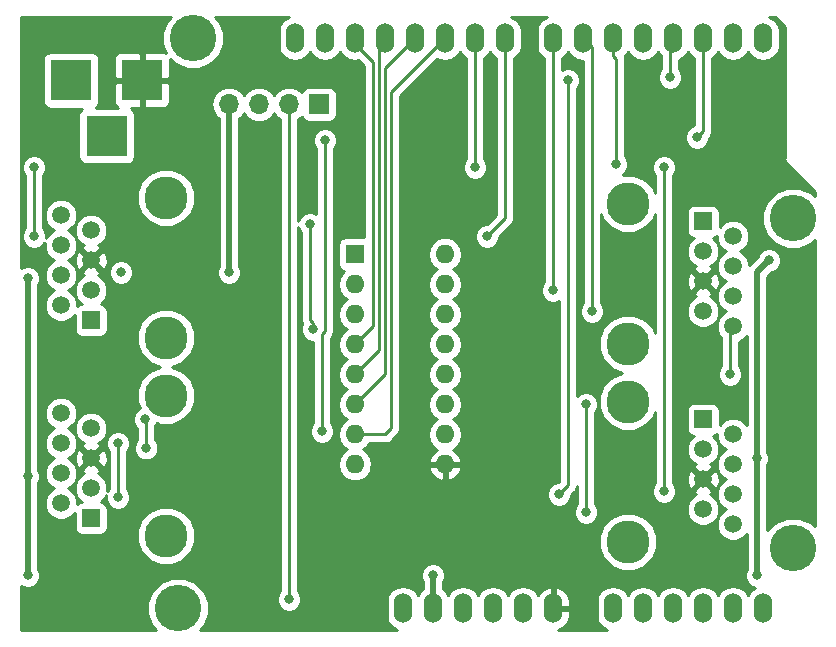
<source format=gbr>
G04 #@! TF.GenerationSoftware,KiCad,Pcbnew,5.0.1*
G04 #@! TF.CreationDate,2018-10-24T01:14:12+02:00*
G04 #@! TF.ProjectId,jeopardy-hw,6A656F70617264792D68772E6B696361,rev?*
G04 #@! TF.SameCoordinates,Original*
G04 #@! TF.FileFunction,Copper,L1,Top,Signal*
G04 #@! TF.FilePolarity,Positive*
%FSLAX46Y46*%
G04 Gerber Fmt 4.6, Leading zero omitted, Abs format (unit mm)*
G04 Created by KiCad (PCBNEW 5.0.1) date Wed 24 Oct 2018 01:14:12 AM CEST*
%MOMM*%
%LPD*%
G01*
G04 APERTURE LIST*
G04 #@! TA.AperFunction,ComponentPad*
%ADD10C,1.500000*%
G04 #@! TD*
G04 #@! TA.AperFunction,ComponentPad*
%ADD11R,1.500000X1.500000*%
G04 #@! TD*
G04 #@! TA.AperFunction,WasherPad*
%ADD12C,3.650000*%
G04 #@! TD*
G04 #@! TA.AperFunction,ComponentPad*
%ADD13R,3.500000X3.500000*%
G04 #@! TD*
G04 #@! TA.AperFunction,ComponentPad*
%ADD14O,1.524000X2.540000*%
G04 #@! TD*
G04 #@! TA.AperFunction,ComponentPad*
%ADD15C,3.937000*%
G04 #@! TD*
G04 #@! TA.AperFunction,ComponentPad*
%ADD16O,1.600000X1.600000*%
G04 #@! TD*
G04 #@! TA.AperFunction,ComponentPad*
%ADD17R,1.600000X1.600000*%
G04 #@! TD*
G04 #@! TA.AperFunction,ComponentPad*
%ADD18O,1.700000X1.700000*%
G04 #@! TD*
G04 #@! TA.AperFunction,ComponentPad*
%ADD19R,1.700000X1.700000*%
G04 #@! TD*
G04 #@! TA.AperFunction,ViaPad*
%ADD20C,0.800000*%
G04 #@! TD*
G04 #@! TA.AperFunction,Conductor*
%ADD21C,0.500000*%
G04 #@! TD*
G04 #@! TA.AperFunction,Conductor*
%ADD22C,0.250000*%
G04 #@! TD*
G04 #@! TA.AperFunction,Conductor*
%ADD23C,0.254000*%
G04 #@! TD*
G04 APERTURE END LIST*
D10*
G04 #@! TO.P,PLAYER1,8*
G04 #@! TO.N,Net-(J_BRD_P1-Pad8)*
X169418000Y-140716000D03*
G04 #@! TO.P,PLAYER1,7*
G04 #@! TO.N,Net-(J_BRD_P1-Pad7)*
X171958000Y-141986000D03*
G04 #@! TO.P,PLAYER1,6*
G04 #@! TO.N,Net-(J_BRD_P1-Pad6)*
X169418000Y-143256000D03*
G04 #@! TO.P,PLAYER1,5*
G04 #@! TO.N,+12V*
X171958000Y-144526000D03*
G04 #@! TO.P,PLAYER1,4*
G04 #@! TO.N,+3V3*
X169418000Y-145796000D03*
G04 #@! TO.P,PLAYER1,3*
G04 #@! TO.N,N/C*
X171958000Y-147066000D03*
G04 #@! TO.P,PLAYER1,2*
X169418000Y-148336000D03*
D11*
G04 #@! TO.P,PLAYER1,1*
G04 #@! TO.N,GND*
X171958000Y-149606000D03*
D12*
G04 #@! TO.P,PLAYER1,Hole*
G04 #@! TO.N,*
X178308000Y-151096000D03*
X178308000Y-139226000D03*
G04 #@! TD*
G04 #@! TO.P,PLAYER2,Hole*
G04 #@! TO.N,*
X217424000Y-151604000D03*
X217424000Y-139734000D03*
D11*
G04 #@! TO.P,PLAYER2,1*
G04 #@! TO.N,GND*
X223774000Y-141224000D03*
D10*
G04 #@! TO.P,PLAYER2,2*
G04 #@! TO.N,N/C*
X226314000Y-142494000D03*
G04 #@! TO.P,PLAYER2,3*
X223774000Y-143764000D03*
G04 #@! TO.P,PLAYER2,4*
G04 #@! TO.N,+3V3*
X226314000Y-145034000D03*
G04 #@! TO.P,PLAYER2,5*
G04 #@! TO.N,+12V*
X223774000Y-146304000D03*
G04 #@! TO.P,PLAYER2,6*
G04 #@! TO.N,Net-(J_BRD_P2-Pad6)*
X226314000Y-147574000D03*
G04 #@! TO.P,PLAYER2,7*
G04 #@! TO.N,Net-(J_BRD_P2-Pad7)*
X223774000Y-148844000D03*
G04 #@! TO.P,PLAYER2,8*
G04 #@! TO.N,Net-(J_BRD_P2-Pad8)*
X226314000Y-150114000D03*
G04 #@! TD*
G04 #@! TO.P,PLAYER3,8*
G04 #@! TO.N,Net-(J_BRD_P3-Pad8)*
X226314000Y-133350000D03*
G04 #@! TO.P,PLAYER3,7*
G04 #@! TO.N,Net-(J_BRD_P3-Pad7)*
X223774000Y-132080000D03*
G04 #@! TO.P,PLAYER3,6*
G04 #@! TO.N,Net-(J_BRD_P3-Pad6)*
X226314000Y-130810000D03*
G04 #@! TO.P,PLAYER3,5*
G04 #@! TO.N,+12V*
X223774000Y-129540000D03*
G04 #@! TO.P,PLAYER3,4*
G04 #@! TO.N,+3V3*
X226314000Y-128270000D03*
G04 #@! TO.P,PLAYER3,3*
G04 #@! TO.N,N/C*
X223774000Y-127000000D03*
G04 #@! TO.P,PLAYER3,2*
X226314000Y-125730000D03*
D11*
G04 #@! TO.P,PLAYER3,1*
G04 #@! TO.N,GND*
X223774000Y-124460000D03*
D12*
G04 #@! TO.P,PLAYER3,Hole*
G04 #@! TO.N,*
X217424000Y-122970000D03*
X217424000Y-134840000D03*
G04 #@! TD*
G04 #@! TO.P,PLAYER4,Hole*
G04 #@! TO.N,*
X178308000Y-122462000D03*
X178308000Y-134332000D03*
D11*
G04 #@! TO.P,PLAYER4,1*
G04 #@! TO.N,GND*
X171958000Y-132842000D03*
D10*
G04 #@! TO.P,PLAYER4,2*
G04 #@! TO.N,N/C*
X169418000Y-131572000D03*
G04 #@! TO.P,PLAYER4,3*
X171958000Y-130302000D03*
G04 #@! TO.P,PLAYER4,4*
G04 #@! TO.N,+3V3*
X169418000Y-129032000D03*
G04 #@! TO.P,PLAYER4,5*
G04 #@! TO.N,+12V*
X171958000Y-127762000D03*
G04 #@! TO.P,PLAYER4,6*
G04 #@! TO.N,Net-(J_BRD_P4-Pad6)*
X169418000Y-126492000D03*
G04 #@! TO.P,PLAYER4,7*
G04 #@! TO.N,Net-(J_BRD_P4-Pad7)*
X171958000Y-125222000D03*
G04 #@! TO.P,PLAYER4,8*
G04 #@! TO.N,Net-(J_BRD_P4-Pad8)*
X169418000Y-123952000D03*
G04 #@! TD*
D13*
G04 #@! TO.P,12V,3*
G04 #@! TO.N,N/C*
X173276000Y-117222000D03*
G04 #@! TO.P,12V,2*
G04 #@! TO.N,GND*
X170276000Y-112522000D03*
G04 #@! TO.P,12V,1*
G04 #@! TO.N,+12V*
X176276000Y-112522000D03*
G04 #@! TD*
D14*
G04 #@! TO.P,SHIELD0,AD5*
G04 #@! TO.N,N/C*
X228854000Y-157226000D03*
G04 #@! TO.P,SHIELD0,AD4*
X226314000Y-157226000D03*
G04 #@! TO.P,SHIELD0,AD3*
X223774000Y-157226000D03*
G04 #@! TO.P,SHIELD0,AD0*
X216154000Y-157226000D03*
G04 #@! TO.P,SHIELD0,AD1*
X218694000Y-157226000D03*
G04 #@! TO.P,SHIELD0,AD2*
X221234000Y-157226000D03*
G04 #@! TO.P,SHIELD0,V_IN*
G04 #@! TO.N,+12V*
X211074000Y-157226000D03*
G04 #@! TO.P,SHIELD0,GND2*
G04 #@! TO.N,GND*
X208534000Y-157226000D03*
G04 #@! TO.P,SHIELD0,GND1*
X205994000Y-157226000D03*
G04 #@! TO.P,SHIELD0,3V3*
G04 #@! TO.N,+3V3*
X200914000Y-157226000D03*
G04 #@! TO.P,SHIELD0,RST*
G04 #@! TO.N,Net-(SHIELD0-PadRST)*
X198374000Y-157226000D03*
G04 #@! TO.P,SHIELD0,0*
G04 #@! TO.N,N/C*
X228854000Y-108966000D03*
G04 #@! TO.P,SHIELD0,1*
X226314000Y-108966000D03*
G04 #@! TO.P,SHIELD0,2*
G04 #@! TO.N,Net-(J_BRD_P1-Pad7)*
X223774000Y-108966000D03*
G04 #@! TO.P,SHIELD0,3*
G04 #@! TO.N,Net-(J_BRD_P1-Pad6)*
X221234000Y-108966000D03*
G04 #@! TO.P,SHIELD0,4*
G04 #@! TO.N,Net-(J_BRD_P2-Pad7)*
X218694000Y-108966000D03*
G04 #@! TO.P,SHIELD0,5*
G04 #@! TO.N,Net-(J_BRD_P2-Pad6)*
X216154000Y-108966000D03*
G04 #@! TO.P,SHIELD0,6*
G04 #@! TO.N,Net-(J_BRD_P3-Pad7)*
X213614000Y-108966000D03*
G04 #@! TO.P,SHIELD0,7*
G04 #@! TO.N,Net-(J_BRD_P3-Pad6)*
X211074000Y-108966000D03*
G04 #@! TO.P,SHIELD0,8*
G04 #@! TO.N,Net-(J_BRD_P4-Pad7)*
X207010000Y-108966000D03*
G04 #@! TO.P,SHIELD0,9*
G04 #@! TO.N,Net-(J_BRD_P4-Pad6)*
X204470000Y-108966000D03*
G04 #@! TO.P,SHIELD0,10*
G04 #@! TO.N,Net-(SHIELD0-Pad10)*
X201930000Y-108966000D03*
G04 #@! TO.P,SHIELD0,11*
G04 #@! TO.N,Net-(SHIELD0-Pad11)*
X199390000Y-108966000D03*
G04 #@! TO.P,SHIELD0,12*
G04 #@! TO.N,Net-(SHIELD0-Pad12)*
X196850000Y-108966000D03*
G04 #@! TO.P,SHIELD0,13*
G04 #@! TO.N,Net-(SHIELD0-Pad13)*
X194310000Y-108966000D03*
G04 #@! TO.P,SHIELD0,GND3*
G04 #@! TO.N,GND*
X191770000Y-108966000D03*
G04 #@! TO.P,SHIELD0,AREF*
G04 #@! TO.N,N/C*
X189230000Y-108966000D03*
G04 #@! TO.P,SHIELD0,5V*
X203454000Y-157226000D03*
D15*
G04 #@! TO.P,SHIELD0,*
G04 #@! TO.N,*
X231394000Y-152146000D03*
X231394000Y-124206000D03*
X180594000Y-108966000D03*
X179324000Y-157226000D03*
G04 #@! TD*
D16*
G04 #@! TO.P,ULQ2003A,16*
G04 #@! TO.N,N/C*
X201930000Y-127254000D03*
G04 #@! TO.P,ULQ2003A,8*
G04 #@! TO.N,GND*
X194310000Y-145034000D03*
G04 #@! TO.P,ULQ2003A,15*
G04 #@! TO.N,N/C*
X201930000Y-129794000D03*
G04 #@! TO.P,ULQ2003A,7*
G04 #@! TO.N,Net-(SHIELD0-Pad10)*
X194310000Y-142494000D03*
G04 #@! TO.P,ULQ2003A,14*
G04 #@! TO.N,N/C*
X201930000Y-132334000D03*
G04 #@! TO.P,ULQ2003A,6*
G04 #@! TO.N,Net-(SHIELD0-Pad11)*
X194310000Y-139954000D03*
G04 #@! TO.P,ULQ2003A,13*
G04 #@! TO.N,Net-(J_BRD_P4-Pad8)*
X201930000Y-134874000D03*
G04 #@! TO.P,ULQ2003A,5*
G04 #@! TO.N,Net-(SHIELD0-Pad12)*
X194310000Y-137414000D03*
G04 #@! TO.P,ULQ2003A,12*
G04 #@! TO.N,Net-(J_BRD_P3-Pad8)*
X201930000Y-137414000D03*
G04 #@! TO.P,ULQ2003A,4*
G04 #@! TO.N,Net-(SHIELD0-Pad13)*
X194310000Y-134874000D03*
G04 #@! TO.P,ULQ2003A,11*
G04 #@! TO.N,Net-(J_BRD_P2-Pad8)*
X201930000Y-139954000D03*
G04 #@! TO.P,ULQ2003A,3*
G04 #@! TO.N,N/C*
X194310000Y-132334000D03*
G04 #@! TO.P,ULQ2003A,10*
G04 #@! TO.N,Net-(J_BRD_P1-Pad8)*
X201930000Y-142494000D03*
G04 #@! TO.P,ULQ2003A,2*
G04 #@! TO.N,N/C*
X194310000Y-129794000D03*
G04 #@! TO.P,ULQ2003A,9*
G04 #@! TO.N,+12V*
X201930000Y-145034000D03*
D17*
G04 #@! TO.P,ULQ2003A,1*
G04 #@! TO.N,N/C*
X194310000Y-127254000D03*
G04 #@! TD*
D18*
G04 #@! TO.P,SW_RST_1,4*
G04 #@! TO.N,+3V3*
X183642000Y-114554000D03*
G04 #@! TO.P,SW_RST_1,3*
G04 #@! TO.N,Net-(R5-Pad2)*
X186182000Y-114554000D03*
G04 #@! TO.P,SW_RST_1,2*
G04 #@! TO.N,Net-(SHIELD0-PadRST)*
X188722000Y-114554000D03*
D19*
G04 #@! TO.P,SW_RST_1,1*
G04 #@! TO.N,GND*
X191262000Y-114554000D03*
G04 #@! TD*
D20*
G04 #@! TO.N,+3V3*
X229362000Y-127762000D03*
X228346000Y-154432000D03*
X166624000Y-154432000D03*
X166624000Y-129286000D03*
X166624000Y-146050000D03*
X228346000Y-144526000D03*
X200914000Y-154432000D03*
X183642000Y-128778000D03*
X174498000Y-128778000D03*
G04 #@! TO.N,Net-(J_BRD_P1-Pad8)*
X176624999Y-143669001D03*
X176530000Y-141224000D03*
G04 #@! TO.N,Net-(J_BRD_P2-Pad8)*
X213868000Y-139954000D03*
X213868000Y-149098000D03*
G04 #@! TO.N,Net-(J_BRD_P3-Pad8)*
X226060000Y-137414000D03*
G04 #@! TO.N,Net-(J_BRD_P4-Pad8)*
X190754000Y-133604000D03*
X190500000Y-124714000D03*
G04 #@! TO.N,Net-(J_BRD_P1-Pad7)*
X191516000Y-142240000D03*
X191770000Y-117602000D03*
X223266000Y-117348000D03*
G04 #@! TO.N,Net-(J_BRD_P1-Pad6)*
X174244000Y-143256000D03*
X174244000Y-147828000D03*
X211582000Y-147574000D03*
X212344000Y-112522000D03*
X220980000Y-112268000D03*
G04 #@! TO.N,Net-(J_BRD_P2-Pad6)*
X216408000Y-119634000D03*
X220472000Y-119888000D03*
X220472000Y-147320000D03*
G04 #@! TO.N,Net-(J_BRD_P3-Pad7)*
X214376000Y-132080000D03*
G04 #@! TO.N,Net-(J_BRD_P3-Pad6)*
X211074000Y-130302000D03*
G04 #@! TO.N,Net-(J_BRD_P4-Pad6)*
X167132000Y-125730000D03*
X167132000Y-119888000D03*
X167132000Y-119888000D03*
X204470000Y-119888000D03*
G04 #@! TO.N,Net-(J_BRD_P4-Pad7)*
X205486000Y-125730000D03*
G04 #@! TO.N,Net-(SHIELD0-PadRST)*
X188722000Y-156464000D03*
G04 #@! TD*
D21*
G04 #@! TO.N,+3V3*
X229362000Y-127762000D02*
X228346000Y-128778000D01*
X166624000Y-154432000D02*
X166624000Y-146050000D01*
X166624000Y-146050000D02*
X166624000Y-129286000D01*
X228346000Y-128778000D02*
X228346000Y-144526000D01*
X228346000Y-144526000D02*
X228346000Y-154432000D01*
X200914000Y-157226000D02*
X200914000Y-154432000D01*
X183642000Y-114554000D02*
X183642000Y-128778000D01*
D22*
G04 #@! TO.N,Net-(J_BRD_P1-Pad8)*
X176624999Y-143669001D02*
X176624999Y-141318999D01*
X176624999Y-141318999D02*
X176530000Y-141224000D01*
G04 #@! TO.N,Net-(J_BRD_P2-Pad8)*
X213868000Y-139954000D02*
X213868000Y-149098000D01*
G04 #@! TO.N,Net-(J_BRD_P3-Pad8)*
X226060000Y-133604000D02*
X226314000Y-133350000D01*
X226060000Y-137414000D02*
X226060000Y-133604000D01*
G04 #@! TO.N,Net-(J_BRD_P4-Pad8)*
X190754000Y-133038315D02*
X190500000Y-132784315D01*
X190754000Y-133604000D02*
X190754000Y-133038315D01*
X190500000Y-132784315D02*
X190500000Y-124714000D01*
G04 #@! TO.N,Net-(J_BRD_P1-Pad7)*
X191770000Y-133735002D02*
X191770000Y-117602000D01*
X191516000Y-142240000D02*
X191516000Y-133989002D01*
X191516000Y-133989002D02*
X191770000Y-133735002D01*
X223774000Y-116840000D02*
X223774000Y-108966000D01*
X223266000Y-117348000D02*
X223774000Y-116840000D01*
G04 #@! TO.N,Net-(J_BRD_P1-Pad6)*
X174244000Y-143256000D02*
X174244000Y-147828000D01*
X211582000Y-147574000D02*
X212344000Y-146812000D01*
X212344000Y-146812000D02*
X212344000Y-112522000D01*
X220980000Y-109220000D02*
X221234000Y-108966000D01*
X220980000Y-112268000D02*
X220980000Y-109220000D01*
G04 #@! TO.N,Net-(J_BRD_P2-Pad6)*
X216154000Y-110486000D02*
X216408000Y-110740000D01*
X216154000Y-108966000D02*
X216154000Y-110486000D01*
X216408000Y-110740000D02*
X216408000Y-119634000D01*
X220472000Y-119888000D02*
X220472000Y-147320000D01*
G04 #@! TO.N,Net-(J_BRD_P3-Pad7)*
X214376000Y-109728000D02*
X213614000Y-108966000D01*
X214376000Y-132080000D02*
X214376000Y-109728000D01*
G04 #@! TO.N,Net-(J_BRD_P3-Pad6)*
X211074000Y-108966000D02*
X211074000Y-130302000D01*
G04 #@! TO.N,Net-(J_BRD_P4-Pad6)*
X167132000Y-125730000D02*
X167132000Y-119888000D01*
X204470000Y-119888000D02*
X204470000Y-108966000D01*
G04 #@! TO.N,Net-(J_BRD_P4-Pad7)*
X207010000Y-124206000D02*
X207010000Y-108966000D01*
X205486000Y-125730000D02*
X207010000Y-124206000D01*
G04 #@! TO.N,Net-(SHIELD0-PadRST)*
X188722000Y-118514000D02*
X188722000Y-156464000D01*
X188722000Y-114554000D02*
X188722000Y-118514000D01*
G04 #@! TO.N,Net-(SHIELD0-Pad10)*
X197358000Y-113538000D02*
X201930000Y-108966000D01*
X197358000Y-141986000D02*
X197358000Y-113538000D01*
X194310000Y-142494000D02*
X196850000Y-142494000D01*
X196850000Y-142494000D02*
X197358000Y-141986000D01*
G04 #@! TO.N,Net-(SHIELD0-Pad11)*
X196850000Y-137414000D02*
X194310000Y-139954000D01*
X199390000Y-108966000D02*
X196850000Y-111506000D01*
X196850000Y-111506000D02*
X196850000Y-137414000D01*
G04 #@! TO.N,Net-(SHIELD0-Pad12)*
X196342000Y-135382000D02*
X194310000Y-137414000D01*
X196342000Y-109982000D02*
X196342000Y-135382000D01*
X196850000Y-108966000D02*
X196850000Y-109474000D01*
X196850000Y-109474000D02*
X196342000Y-109982000D01*
G04 #@! TO.N,Net-(SHIELD0-Pad13)*
X194310000Y-134874000D02*
X195841989Y-133342011D01*
X195841989Y-133342011D02*
X195841989Y-111005989D01*
X194310000Y-109474000D02*
X194310000Y-108966000D01*
X195841989Y-111005989D02*
X194310000Y-109474000D01*
G04 #@! TD*
D23*
G04 #@! TO.N,+12V*
G36*
X178386859Y-107491235D02*
X177990500Y-108448132D01*
X177990500Y-109483868D01*
X178283554Y-110191363D01*
X178152309Y-110137000D01*
X176561750Y-110137000D01*
X176403000Y-110295750D01*
X176403000Y-112395000D01*
X178502250Y-112395000D01*
X178661000Y-112236250D01*
X178661000Y-110714906D01*
X179119235Y-111173141D01*
X180076132Y-111569500D01*
X181111868Y-111569500D01*
X182068765Y-111173141D01*
X182801141Y-110440765D01*
X183197500Y-109483868D01*
X183197500Y-108448132D01*
X182801141Y-107491235D01*
X182445906Y-107136000D01*
X188715363Y-107136000D01*
X188684918Y-107142056D01*
X188222820Y-107450821D01*
X187914056Y-107912919D01*
X187833000Y-108320413D01*
X187833000Y-109611588D01*
X187914056Y-110019082D01*
X188222821Y-110481180D01*
X188684919Y-110789944D01*
X189230000Y-110898368D01*
X189775082Y-110789944D01*
X190237180Y-110481180D01*
X190500000Y-110087842D01*
X190762821Y-110481180D01*
X191224919Y-110789944D01*
X191770000Y-110898368D01*
X192315082Y-110789944D01*
X192777180Y-110481180D01*
X193040000Y-110087842D01*
X193302821Y-110481180D01*
X193764919Y-110789944D01*
X194310000Y-110898368D01*
X194601569Y-110840371D01*
X195081990Y-111320792D01*
X195081989Y-125806560D01*
X193510000Y-125806560D01*
X193262235Y-125855843D01*
X193052191Y-125996191D01*
X192911843Y-126206235D01*
X192862560Y-126454000D01*
X192862560Y-128054000D01*
X192911843Y-128301765D01*
X193052191Y-128511809D01*
X193262235Y-128652157D01*
X193396106Y-128678785D01*
X193275423Y-128759423D01*
X192958260Y-129234091D01*
X192846887Y-129794000D01*
X192958260Y-130353909D01*
X193275423Y-130828577D01*
X193627758Y-131064000D01*
X193275423Y-131299423D01*
X192958260Y-131774091D01*
X192846887Y-132334000D01*
X192958260Y-132893909D01*
X193275423Y-133368577D01*
X193627758Y-133604000D01*
X193275423Y-133839423D01*
X192958260Y-134314091D01*
X192846887Y-134874000D01*
X192958260Y-135433909D01*
X193275423Y-135908577D01*
X193627758Y-136144000D01*
X193275423Y-136379423D01*
X192958260Y-136854091D01*
X192846887Y-137414000D01*
X192958260Y-137973909D01*
X193275423Y-138448577D01*
X193627758Y-138684000D01*
X193275423Y-138919423D01*
X192958260Y-139394091D01*
X192846887Y-139954000D01*
X192958260Y-140513909D01*
X193275423Y-140988577D01*
X193627758Y-141224000D01*
X193275423Y-141459423D01*
X192958260Y-141934091D01*
X192846887Y-142494000D01*
X192958260Y-143053909D01*
X193275423Y-143528577D01*
X193627758Y-143764000D01*
X193275423Y-143999423D01*
X192958260Y-144474091D01*
X192846887Y-145034000D01*
X192958260Y-145593909D01*
X193275423Y-146068577D01*
X193750091Y-146385740D01*
X194168667Y-146469000D01*
X194451333Y-146469000D01*
X194869909Y-146385740D01*
X195344577Y-146068577D01*
X195661740Y-145593909D01*
X195703684Y-145383039D01*
X200538096Y-145383039D01*
X200698959Y-145771423D01*
X201074866Y-146186389D01*
X201580959Y-146425914D01*
X201803000Y-146304629D01*
X201803000Y-145161000D01*
X202057000Y-145161000D01*
X202057000Y-146304629D01*
X202279041Y-146425914D01*
X202785134Y-146186389D01*
X203161041Y-145771423D01*
X203321904Y-145383039D01*
X203199915Y-145161000D01*
X202057000Y-145161000D01*
X201803000Y-145161000D01*
X200660085Y-145161000D01*
X200538096Y-145383039D01*
X195703684Y-145383039D01*
X195773113Y-145034000D01*
X195661740Y-144474091D01*
X195344577Y-143999423D01*
X194992242Y-143764000D01*
X195344577Y-143528577D01*
X195528043Y-143254000D01*
X196775153Y-143254000D01*
X196850000Y-143268888D01*
X196924847Y-143254000D01*
X196924852Y-143254000D01*
X197146537Y-143209904D01*
X197397929Y-143041929D01*
X197440330Y-142978471D01*
X197842475Y-142576327D01*
X197905929Y-142533929D01*
X197948327Y-142470476D01*
X197948329Y-142470474D01*
X198073903Y-142282538D01*
X198073904Y-142282537D01*
X198118000Y-142060852D01*
X198118000Y-142060848D01*
X198132888Y-141986001D01*
X198118000Y-141911154D01*
X198118000Y-127254000D01*
X200466887Y-127254000D01*
X200578260Y-127813909D01*
X200895423Y-128288577D01*
X201247758Y-128524000D01*
X200895423Y-128759423D01*
X200578260Y-129234091D01*
X200466887Y-129794000D01*
X200578260Y-130353909D01*
X200895423Y-130828577D01*
X201247758Y-131064000D01*
X200895423Y-131299423D01*
X200578260Y-131774091D01*
X200466887Y-132334000D01*
X200578260Y-132893909D01*
X200895423Y-133368577D01*
X201247758Y-133604000D01*
X200895423Y-133839423D01*
X200578260Y-134314091D01*
X200466887Y-134874000D01*
X200578260Y-135433909D01*
X200895423Y-135908577D01*
X201247758Y-136144000D01*
X200895423Y-136379423D01*
X200578260Y-136854091D01*
X200466887Y-137414000D01*
X200578260Y-137973909D01*
X200895423Y-138448577D01*
X201247758Y-138684000D01*
X200895423Y-138919423D01*
X200578260Y-139394091D01*
X200466887Y-139954000D01*
X200578260Y-140513909D01*
X200895423Y-140988577D01*
X201247758Y-141224000D01*
X200895423Y-141459423D01*
X200578260Y-141934091D01*
X200466887Y-142494000D01*
X200578260Y-143053909D01*
X200895423Y-143528577D01*
X201279108Y-143784947D01*
X201074866Y-143881611D01*
X200698959Y-144296577D01*
X200538096Y-144684961D01*
X200660085Y-144907000D01*
X201803000Y-144907000D01*
X201803000Y-144887000D01*
X202057000Y-144887000D01*
X202057000Y-144907000D01*
X203199915Y-144907000D01*
X203321904Y-144684961D01*
X203161041Y-144296577D01*
X202785134Y-143881611D01*
X202580892Y-143784947D01*
X202964577Y-143528577D01*
X203281740Y-143053909D01*
X203393113Y-142494000D01*
X203281740Y-141934091D01*
X202964577Y-141459423D01*
X202612242Y-141224000D01*
X202964577Y-140988577D01*
X203281740Y-140513909D01*
X203393113Y-139954000D01*
X203281740Y-139394091D01*
X202964577Y-138919423D01*
X202612242Y-138684000D01*
X202964577Y-138448577D01*
X203281740Y-137973909D01*
X203393113Y-137414000D01*
X203281740Y-136854091D01*
X202964577Y-136379423D01*
X202612242Y-136144000D01*
X202964577Y-135908577D01*
X203281740Y-135433909D01*
X203393113Y-134874000D01*
X203281740Y-134314091D01*
X202964577Y-133839423D01*
X202612242Y-133604000D01*
X202964577Y-133368577D01*
X203281740Y-132893909D01*
X203393113Y-132334000D01*
X203281740Y-131774091D01*
X202964577Y-131299423D01*
X202612242Y-131064000D01*
X202964577Y-130828577D01*
X203281740Y-130353909D01*
X203393113Y-129794000D01*
X203281740Y-129234091D01*
X202964577Y-128759423D01*
X202612242Y-128524000D01*
X202964577Y-128288577D01*
X203281740Y-127813909D01*
X203393113Y-127254000D01*
X203281740Y-126694091D01*
X202964577Y-126219423D01*
X202489909Y-125902260D01*
X202071333Y-125819000D01*
X201788667Y-125819000D01*
X201370091Y-125902260D01*
X200895423Y-126219423D01*
X200578260Y-126694091D01*
X200466887Y-127254000D01*
X198118000Y-127254000D01*
X198118000Y-113852801D01*
X201262594Y-110708209D01*
X201384919Y-110789944D01*
X201930000Y-110898368D01*
X202475082Y-110789944D01*
X202937180Y-110481180D01*
X203200000Y-110087842D01*
X203462821Y-110481180D01*
X203710001Y-110646340D01*
X203710000Y-119184289D01*
X203592569Y-119301720D01*
X203435000Y-119682126D01*
X203435000Y-120093874D01*
X203592569Y-120474280D01*
X203883720Y-120765431D01*
X204264126Y-120923000D01*
X204675874Y-120923000D01*
X205056280Y-120765431D01*
X205347431Y-120474280D01*
X205505000Y-120093874D01*
X205505000Y-119682126D01*
X205347431Y-119301720D01*
X205230000Y-119184289D01*
X205230000Y-110646340D01*
X205477180Y-110481180D01*
X205740000Y-110087842D01*
X206002821Y-110481180D01*
X206250001Y-110646340D01*
X206250000Y-123891197D01*
X205446198Y-124695000D01*
X205280126Y-124695000D01*
X204899720Y-124852569D01*
X204608569Y-125143720D01*
X204451000Y-125524126D01*
X204451000Y-125935874D01*
X204608569Y-126316280D01*
X204899720Y-126607431D01*
X205280126Y-126765000D01*
X205691874Y-126765000D01*
X206072280Y-126607431D01*
X206363431Y-126316280D01*
X206521000Y-125935874D01*
X206521000Y-125769802D01*
X207494476Y-124796327D01*
X207557929Y-124753929D01*
X207600327Y-124690476D01*
X207600329Y-124690474D01*
X207695869Y-124547487D01*
X207725904Y-124502537D01*
X207770000Y-124280852D01*
X207770000Y-124280848D01*
X207784888Y-124206001D01*
X207770000Y-124131154D01*
X207770000Y-110646340D01*
X208017180Y-110481180D01*
X208325944Y-110019082D01*
X208407000Y-109611588D01*
X208407000Y-108320412D01*
X208325944Y-107912918D01*
X208017179Y-107450820D01*
X207555081Y-107142056D01*
X207524636Y-107136000D01*
X210559363Y-107136000D01*
X210528918Y-107142056D01*
X210066820Y-107450821D01*
X209758056Y-107912919D01*
X209677000Y-108320413D01*
X209677000Y-109611588D01*
X209758056Y-110019082D01*
X210066821Y-110481180D01*
X210314000Y-110646340D01*
X210314001Y-129598288D01*
X210196569Y-129715720D01*
X210039000Y-130096126D01*
X210039000Y-130507874D01*
X210196569Y-130888280D01*
X210487720Y-131179431D01*
X210868126Y-131337000D01*
X211279874Y-131337000D01*
X211584000Y-131211027D01*
X211584000Y-146497198D01*
X211542198Y-146539000D01*
X211376126Y-146539000D01*
X210995720Y-146696569D01*
X210704569Y-146987720D01*
X210547000Y-147368126D01*
X210547000Y-147779874D01*
X210704569Y-148160280D01*
X210995720Y-148451431D01*
X211376126Y-148609000D01*
X211787874Y-148609000D01*
X212168280Y-148451431D01*
X212459431Y-148160280D01*
X212617000Y-147779874D01*
X212617000Y-147613802D01*
X212828473Y-147402329D01*
X212891929Y-147359929D01*
X213011486Y-147181000D01*
X213059904Y-147108538D01*
X213083936Y-146987720D01*
X213104000Y-146886852D01*
X213104000Y-146886848D01*
X213108001Y-146866735D01*
X213108001Y-148394288D01*
X212990569Y-148511720D01*
X212833000Y-148892126D01*
X212833000Y-149303874D01*
X212990569Y-149684280D01*
X213281720Y-149975431D01*
X213662126Y-150133000D01*
X214073874Y-150133000D01*
X214454280Y-149975431D01*
X214745431Y-149684280D01*
X214903000Y-149303874D01*
X214903000Y-148892126D01*
X214768953Y-148568506D01*
X222389000Y-148568506D01*
X222389000Y-149119494D01*
X222599853Y-149628540D01*
X222989460Y-150018147D01*
X223498506Y-150229000D01*
X224049494Y-150229000D01*
X224558540Y-150018147D01*
X224948147Y-149628540D01*
X225159000Y-149119494D01*
X225159000Y-148568506D01*
X224948147Y-148059460D01*
X224558540Y-147669853D01*
X224343070Y-147580603D01*
X224497923Y-147516460D01*
X224565912Y-147275517D01*
X223774000Y-146483605D01*
X222982088Y-147275517D01*
X223050077Y-147516460D01*
X223216658Y-147575745D01*
X222989460Y-147669853D01*
X222599853Y-148059460D01*
X222389000Y-148568506D01*
X214768953Y-148568506D01*
X214745431Y-148511720D01*
X214628000Y-148394289D01*
X214628000Y-140657711D01*
X214745431Y-140540280D01*
X214903000Y-140159874D01*
X214903000Y-139748126D01*
X214745431Y-139367720D01*
X214454280Y-139076569D01*
X214073874Y-138919000D01*
X213662126Y-138919000D01*
X213281720Y-139076569D01*
X213104000Y-139254289D01*
X213104000Y-113225711D01*
X213221431Y-113108280D01*
X213379000Y-112727874D01*
X213379000Y-112316126D01*
X213221431Y-111935720D01*
X212930280Y-111644569D01*
X212549874Y-111487000D01*
X212138126Y-111487000D01*
X211834000Y-111612973D01*
X211834000Y-110646340D01*
X212081180Y-110481180D01*
X212344000Y-110087842D01*
X212606821Y-110481180D01*
X213068919Y-110789944D01*
X213614000Y-110898368D01*
X213616001Y-110897970D01*
X213616000Y-131376289D01*
X213498569Y-131493720D01*
X213341000Y-131874126D01*
X213341000Y-132285874D01*
X213498569Y-132666280D01*
X213789720Y-132957431D01*
X214170126Y-133115000D01*
X214581874Y-133115000D01*
X214962280Y-132957431D01*
X215253431Y-132666280D01*
X215411000Y-132285874D01*
X215411000Y-131874126D01*
X215253431Y-131493720D01*
X215136000Y-131376289D01*
X215136000Y-123874569D01*
X215338513Y-124363478D01*
X216030522Y-125055487D01*
X216934676Y-125430000D01*
X217913324Y-125430000D01*
X218817478Y-125055487D01*
X219509487Y-124363478D01*
X219712000Y-123874569D01*
X219712001Y-133935433D01*
X219509487Y-133446522D01*
X218817478Y-132754513D01*
X217913324Y-132380000D01*
X216934676Y-132380000D01*
X216030522Y-132754513D01*
X215338513Y-133446522D01*
X214964000Y-134350676D01*
X214964000Y-135329324D01*
X215338513Y-136233478D01*
X216030522Y-136925487D01*
X216903291Y-137287000D01*
X216030522Y-137648513D01*
X215338513Y-138340522D01*
X214964000Y-139244676D01*
X214964000Y-140223324D01*
X215338513Y-141127478D01*
X216030522Y-141819487D01*
X216934676Y-142194000D01*
X217913324Y-142194000D01*
X218817478Y-141819487D01*
X219509487Y-141127478D01*
X219712001Y-140638567D01*
X219712001Y-146616288D01*
X219594569Y-146733720D01*
X219437000Y-147114126D01*
X219437000Y-147525874D01*
X219594569Y-147906280D01*
X219885720Y-148197431D01*
X220266126Y-148355000D01*
X220677874Y-148355000D01*
X221058280Y-148197431D01*
X221349431Y-147906280D01*
X221507000Y-147525874D01*
X221507000Y-147114126D01*
X221349431Y-146733720D01*
X221232000Y-146616289D01*
X221232000Y-146099171D01*
X222376799Y-146099171D01*
X222404770Y-146649448D01*
X222561540Y-147027923D01*
X222802483Y-147095912D01*
X223594395Y-146304000D01*
X223953605Y-146304000D01*
X224745517Y-147095912D01*
X224986460Y-147027923D01*
X225171201Y-146508829D01*
X225143230Y-145958552D01*
X224986460Y-145580077D01*
X224745517Y-145512088D01*
X223953605Y-146304000D01*
X223594395Y-146304000D01*
X222802483Y-145512088D01*
X222561540Y-145580077D01*
X222376799Y-146099171D01*
X221232000Y-146099171D01*
X221232000Y-131804506D01*
X222389000Y-131804506D01*
X222389000Y-132355494D01*
X222599853Y-132864540D01*
X222989460Y-133254147D01*
X223498506Y-133465000D01*
X224049494Y-133465000D01*
X224558540Y-133254147D01*
X224948147Y-132864540D01*
X225159000Y-132355494D01*
X225159000Y-131804506D01*
X224948147Y-131295460D01*
X224558540Y-130905853D01*
X224343070Y-130816603D01*
X224497923Y-130752460D01*
X224565912Y-130511517D01*
X223774000Y-129719605D01*
X222982088Y-130511517D01*
X223050077Y-130752460D01*
X223216658Y-130811745D01*
X222989460Y-130905853D01*
X222599853Y-131295460D01*
X222389000Y-131804506D01*
X221232000Y-131804506D01*
X221232000Y-129335171D01*
X222376799Y-129335171D01*
X222404770Y-129885448D01*
X222561540Y-130263923D01*
X222802483Y-130331912D01*
X223594395Y-129540000D01*
X223953605Y-129540000D01*
X224745517Y-130331912D01*
X224986460Y-130263923D01*
X225171201Y-129744829D01*
X225143230Y-129194552D01*
X224986460Y-128816077D01*
X224745517Y-128748088D01*
X223953605Y-129540000D01*
X223594395Y-129540000D01*
X222802483Y-128748088D01*
X222561540Y-128816077D01*
X222376799Y-129335171D01*
X221232000Y-129335171D01*
X221232000Y-120591711D01*
X221349431Y-120474280D01*
X221507000Y-120093874D01*
X221507000Y-119682126D01*
X221349431Y-119301720D01*
X221058280Y-119010569D01*
X220677874Y-118853000D01*
X220266126Y-118853000D01*
X219885720Y-119010569D01*
X219594569Y-119301720D01*
X219437000Y-119682126D01*
X219437000Y-120093874D01*
X219594569Y-120474280D01*
X219712000Y-120591711D01*
X219712000Y-122065431D01*
X219509487Y-121576522D01*
X218817478Y-120884513D01*
X217913324Y-120510000D01*
X216995711Y-120510000D01*
X217285431Y-120220280D01*
X217443000Y-119839874D01*
X217443000Y-119428126D01*
X217285431Y-119047720D01*
X217168000Y-118930289D01*
X217168000Y-110814846D01*
X217182888Y-110739999D01*
X217168000Y-110665152D01*
X217168000Y-110665148D01*
X217134899Y-110498740D01*
X217161180Y-110481180D01*
X217424000Y-110087842D01*
X217686821Y-110481180D01*
X218148919Y-110789944D01*
X218694000Y-110898368D01*
X219239082Y-110789944D01*
X219701180Y-110481180D01*
X219964000Y-110087842D01*
X220220001Y-110470973D01*
X220220000Y-111564289D01*
X220102569Y-111681720D01*
X219945000Y-112062126D01*
X219945000Y-112473874D01*
X220102569Y-112854280D01*
X220393720Y-113145431D01*
X220774126Y-113303000D01*
X221185874Y-113303000D01*
X221566280Y-113145431D01*
X221857431Y-112854280D01*
X222015000Y-112473874D01*
X222015000Y-112062126D01*
X221857431Y-111681720D01*
X221740000Y-111564289D01*
X221740000Y-110797718D01*
X221779082Y-110789944D01*
X222241180Y-110481180D01*
X222504000Y-110087842D01*
X222766821Y-110481180D01*
X223014001Y-110646340D01*
X223014000Y-116332106D01*
X222679720Y-116470569D01*
X222388569Y-116761720D01*
X222231000Y-117142126D01*
X222231000Y-117553874D01*
X222388569Y-117934280D01*
X222679720Y-118225431D01*
X223060126Y-118383000D01*
X223471874Y-118383000D01*
X223852280Y-118225431D01*
X224143431Y-117934280D01*
X224301000Y-117553874D01*
X224301000Y-117401913D01*
X224321929Y-117387929D01*
X224364327Y-117324476D01*
X224364329Y-117324474D01*
X224448102Y-117199098D01*
X224489904Y-117136537D01*
X224534000Y-116914852D01*
X224534000Y-116914848D01*
X224548888Y-116840001D01*
X224534000Y-116765154D01*
X224534000Y-110646340D01*
X224781180Y-110481180D01*
X225044000Y-110087842D01*
X225306821Y-110481180D01*
X225768919Y-110789944D01*
X226314000Y-110898368D01*
X226859082Y-110789944D01*
X227321180Y-110481180D01*
X227584000Y-110087842D01*
X227846821Y-110481180D01*
X228308919Y-110789944D01*
X228854000Y-110898368D01*
X229399082Y-110789944D01*
X229861180Y-110481180D01*
X230169944Y-110019082D01*
X230251000Y-109611588D01*
X230251000Y-108320412D01*
X230169944Y-107912918D01*
X229861179Y-107450820D01*
X229399081Y-107142056D01*
X229368636Y-107136000D01*
X229829910Y-107136000D01*
X230684000Y-107990091D01*
X230684001Y-119056071D01*
X230670091Y-119126000D01*
X230712673Y-119340071D01*
X230725196Y-119403028D01*
X230882120Y-119637881D01*
X230941402Y-119677492D01*
X233224000Y-121960091D01*
X233224000Y-122354094D01*
X232868765Y-121998859D01*
X231911868Y-121602500D01*
X230876132Y-121602500D01*
X229919235Y-121998859D01*
X229186859Y-122731235D01*
X228790500Y-123688132D01*
X228790500Y-124723868D01*
X229186859Y-125680765D01*
X229919235Y-126413141D01*
X230876132Y-126809500D01*
X231911868Y-126809500D01*
X232868765Y-126413141D01*
X233224000Y-126057906D01*
X233224001Y-150294095D01*
X232868765Y-149938859D01*
X231911868Y-149542500D01*
X230876132Y-149542500D01*
X229919235Y-149938859D01*
X229231000Y-150627094D01*
X229231000Y-145094007D01*
X229381000Y-144731874D01*
X229381000Y-144320126D01*
X229231000Y-143957993D01*
X229231000Y-129144578D01*
X229586148Y-128789431D01*
X229948280Y-128639431D01*
X230239431Y-128348280D01*
X230397000Y-127967874D01*
X230397000Y-127556126D01*
X230239431Y-127175720D01*
X229948280Y-126884569D01*
X229567874Y-126727000D01*
X229156126Y-126727000D01*
X228775720Y-126884569D01*
X228484569Y-127175720D01*
X228334569Y-127537852D01*
X227781847Y-128090575D01*
X227707951Y-128139951D01*
X227699000Y-128153347D01*
X227699000Y-127994506D01*
X227488147Y-127485460D01*
X227098540Y-127095853D01*
X226867130Y-127000000D01*
X227098540Y-126904147D01*
X227488147Y-126514540D01*
X227699000Y-126005494D01*
X227699000Y-125454506D01*
X227488147Y-124945460D01*
X227098540Y-124555853D01*
X226589494Y-124345000D01*
X226038506Y-124345000D01*
X225529460Y-124555853D01*
X225171440Y-124913873D01*
X225171440Y-123710000D01*
X225122157Y-123462235D01*
X224981809Y-123252191D01*
X224771765Y-123111843D01*
X224524000Y-123062560D01*
X223024000Y-123062560D01*
X222776235Y-123111843D01*
X222566191Y-123252191D01*
X222425843Y-123462235D01*
X222376560Y-123710000D01*
X222376560Y-125210000D01*
X222425843Y-125457765D01*
X222566191Y-125667809D01*
X222776235Y-125808157D01*
X222968844Y-125846469D01*
X222599853Y-126215460D01*
X222389000Y-126724506D01*
X222389000Y-127275494D01*
X222599853Y-127784540D01*
X222989460Y-128174147D01*
X223204930Y-128263397D01*
X223050077Y-128327540D01*
X222982088Y-128568483D01*
X223774000Y-129360395D01*
X224565912Y-128568483D01*
X224497923Y-128327540D01*
X224331342Y-128268255D01*
X224558540Y-128174147D01*
X224948147Y-127784540D01*
X225159000Y-127275494D01*
X225159000Y-126724506D01*
X224948147Y-126215460D01*
X224579156Y-125846469D01*
X224771765Y-125808157D01*
X224929000Y-125703095D01*
X224929000Y-126005494D01*
X225139853Y-126514540D01*
X225529460Y-126904147D01*
X225760870Y-127000000D01*
X225529460Y-127095853D01*
X225139853Y-127485460D01*
X224929000Y-127994506D01*
X224929000Y-128545494D01*
X225139853Y-129054540D01*
X225529460Y-129444147D01*
X225760870Y-129540000D01*
X225529460Y-129635853D01*
X225139853Y-130025460D01*
X224929000Y-130534506D01*
X224929000Y-131085494D01*
X225139853Y-131594540D01*
X225529460Y-131984147D01*
X225760870Y-132080000D01*
X225529460Y-132175853D01*
X225139853Y-132565460D01*
X224929000Y-133074506D01*
X224929000Y-133625494D01*
X225139853Y-134134540D01*
X225300001Y-134294688D01*
X225300000Y-136710289D01*
X225182569Y-136827720D01*
X225025000Y-137208126D01*
X225025000Y-137619874D01*
X225182569Y-138000280D01*
X225473720Y-138291431D01*
X225854126Y-138449000D01*
X226265874Y-138449000D01*
X226646280Y-138291431D01*
X226937431Y-138000280D01*
X227095000Y-137619874D01*
X227095000Y-137208126D01*
X226937431Y-136827720D01*
X226820000Y-136710289D01*
X226820000Y-134639522D01*
X227098540Y-134524147D01*
X227461000Y-134161687D01*
X227461001Y-141682314D01*
X227098540Y-141319853D01*
X226589494Y-141109000D01*
X226038506Y-141109000D01*
X225529460Y-141319853D01*
X225171440Y-141677873D01*
X225171440Y-140474000D01*
X225122157Y-140226235D01*
X224981809Y-140016191D01*
X224771765Y-139875843D01*
X224524000Y-139826560D01*
X223024000Y-139826560D01*
X222776235Y-139875843D01*
X222566191Y-140016191D01*
X222425843Y-140226235D01*
X222376560Y-140474000D01*
X222376560Y-141974000D01*
X222425843Y-142221765D01*
X222566191Y-142431809D01*
X222776235Y-142572157D01*
X222968844Y-142610469D01*
X222599853Y-142979460D01*
X222389000Y-143488506D01*
X222389000Y-144039494D01*
X222599853Y-144548540D01*
X222989460Y-144938147D01*
X223204930Y-145027397D01*
X223050077Y-145091540D01*
X222982088Y-145332483D01*
X223774000Y-146124395D01*
X224565912Y-145332483D01*
X224497923Y-145091540D01*
X224331342Y-145032255D01*
X224558540Y-144938147D01*
X224948147Y-144548540D01*
X225159000Y-144039494D01*
X225159000Y-143488506D01*
X224948147Y-142979460D01*
X224579156Y-142610469D01*
X224771765Y-142572157D01*
X224929000Y-142467095D01*
X224929000Y-142769494D01*
X225139853Y-143278540D01*
X225529460Y-143668147D01*
X225760870Y-143764000D01*
X225529460Y-143859853D01*
X225139853Y-144249460D01*
X224929000Y-144758506D01*
X224929000Y-145309494D01*
X225139853Y-145818540D01*
X225529460Y-146208147D01*
X225760870Y-146304000D01*
X225529460Y-146399853D01*
X225139853Y-146789460D01*
X224929000Y-147298506D01*
X224929000Y-147849494D01*
X225139853Y-148358540D01*
X225529460Y-148748147D01*
X225760870Y-148844000D01*
X225529460Y-148939853D01*
X225139853Y-149329460D01*
X224929000Y-149838506D01*
X224929000Y-150389494D01*
X225139853Y-150898540D01*
X225529460Y-151288147D01*
X226038506Y-151499000D01*
X226589494Y-151499000D01*
X227098540Y-151288147D01*
X227461001Y-150925686D01*
X227461001Y-153863991D01*
X227311000Y-154226126D01*
X227311000Y-154637874D01*
X227468569Y-155018280D01*
X227759720Y-155309431D01*
X228140126Y-155467000D01*
X228211723Y-155467000D01*
X227846820Y-155710821D01*
X227584000Y-156104159D01*
X227321179Y-155710820D01*
X226859081Y-155402056D01*
X226314000Y-155293632D01*
X225768918Y-155402056D01*
X225306820Y-155710821D01*
X225044000Y-156104159D01*
X224781179Y-155710820D01*
X224319081Y-155402056D01*
X223774000Y-155293632D01*
X223228918Y-155402056D01*
X222766820Y-155710821D01*
X222504000Y-156104159D01*
X222241179Y-155710820D01*
X221779081Y-155402056D01*
X221234000Y-155293632D01*
X220688918Y-155402056D01*
X220226820Y-155710821D01*
X219964000Y-156104159D01*
X219701179Y-155710820D01*
X219239081Y-155402056D01*
X218694000Y-155293632D01*
X218148918Y-155402056D01*
X217686820Y-155710821D01*
X217424000Y-156104159D01*
X217161179Y-155710820D01*
X216699081Y-155402056D01*
X216154000Y-155293632D01*
X215608918Y-155402056D01*
X215146820Y-155710821D01*
X214838056Y-156172919D01*
X214757000Y-156580413D01*
X214757000Y-157871588D01*
X214838056Y-158279082D01*
X215146821Y-158741180D01*
X215608919Y-159049944D01*
X215639364Y-159056000D01*
X211522993Y-159056000D01*
X211972026Y-158811630D01*
X212316059Y-158385941D01*
X212471000Y-157861000D01*
X212471000Y-157353000D01*
X211201000Y-157353000D01*
X211201000Y-157373000D01*
X210947000Y-157373000D01*
X210947000Y-157353000D01*
X210927000Y-157353000D01*
X210927000Y-157099000D01*
X210947000Y-157099000D01*
X210947000Y-155486280D01*
X211201000Y-155486280D01*
X211201000Y-157099000D01*
X212471000Y-157099000D01*
X212471000Y-156591000D01*
X212316059Y-156066059D01*
X211972026Y-155640370D01*
X211491277Y-155378740D01*
X211417070Y-155363780D01*
X211201000Y-155486280D01*
X210947000Y-155486280D01*
X210730930Y-155363780D01*
X210656723Y-155378740D01*
X210175974Y-155640370D01*
X209831941Y-156066059D01*
X209815580Y-156121489D01*
X209541179Y-155710820D01*
X209079081Y-155402056D01*
X208534000Y-155293632D01*
X207988918Y-155402056D01*
X207526820Y-155710821D01*
X207264000Y-156104159D01*
X207001179Y-155710820D01*
X206539081Y-155402056D01*
X205994000Y-155293632D01*
X205448918Y-155402056D01*
X204986820Y-155710821D01*
X204724000Y-156104159D01*
X204461179Y-155710820D01*
X203999081Y-155402056D01*
X203454000Y-155293632D01*
X202908918Y-155402056D01*
X202446820Y-155710821D01*
X202184000Y-156104159D01*
X201921179Y-155710820D01*
X201799000Y-155629183D01*
X201799000Y-155000007D01*
X201949000Y-154637874D01*
X201949000Y-154226126D01*
X201791431Y-153845720D01*
X201500280Y-153554569D01*
X201119874Y-153397000D01*
X200708126Y-153397000D01*
X200327720Y-153554569D01*
X200036569Y-153845720D01*
X199879000Y-154226126D01*
X199879000Y-154637874D01*
X200029001Y-155000009D01*
X200029001Y-155629182D01*
X199906820Y-155710821D01*
X199644000Y-156104159D01*
X199381179Y-155710820D01*
X198919081Y-155402056D01*
X198374000Y-155293632D01*
X197828918Y-155402056D01*
X197366820Y-155710821D01*
X197058056Y-156172919D01*
X196977000Y-156580413D01*
X196977000Y-157871588D01*
X197058056Y-158279082D01*
X197366821Y-158741180D01*
X197828919Y-159049944D01*
X197859364Y-159056000D01*
X181175906Y-159056000D01*
X181531141Y-158700765D01*
X181927500Y-157743868D01*
X181927500Y-156708132D01*
X181531141Y-155751235D01*
X180798765Y-155018859D01*
X179841868Y-154622500D01*
X178806132Y-154622500D01*
X177849235Y-155018859D01*
X177116859Y-155751235D01*
X176720500Y-156708132D01*
X176720500Y-157743868D01*
X177116859Y-158700765D01*
X177472094Y-159056000D01*
X166064000Y-159056000D01*
X166064000Y-155320317D01*
X166418126Y-155467000D01*
X166829874Y-155467000D01*
X167210280Y-155309431D01*
X167501431Y-155018280D01*
X167659000Y-154637874D01*
X167659000Y-154226126D01*
X167509000Y-153863993D01*
X167509000Y-146618007D01*
X167659000Y-146255874D01*
X167659000Y-145844126D01*
X167509000Y-145481993D01*
X167509000Y-140440506D01*
X168033000Y-140440506D01*
X168033000Y-140991494D01*
X168243853Y-141500540D01*
X168633460Y-141890147D01*
X168864870Y-141986000D01*
X168633460Y-142081853D01*
X168243853Y-142471460D01*
X168033000Y-142980506D01*
X168033000Y-143531494D01*
X168243853Y-144040540D01*
X168633460Y-144430147D01*
X168864870Y-144526000D01*
X168633460Y-144621853D01*
X168243853Y-145011460D01*
X168033000Y-145520506D01*
X168033000Y-146071494D01*
X168243853Y-146580540D01*
X168633460Y-146970147D01*
X168864870Y-147066000D01*
X168633460Y-147161853D01*
X168243853Y-147551460D01*
X168033000Y-148060506D01*
X168033000Y-148611494D01*
X168243853Y-149120540D01*
X168633460Y-149510147D01*
X169142506Y-149721000D01*
X169693494Y-149721000D01*
X170202540Y-149510147D01*
X170560560Y-149152127D01*
X170560560Y-150356000D01*
X170609843Y-150603765D01*
X170750191Y-150813809D01*
X170960235Y-150954157D01*
X171208000Y-151003440D01*
X172708000Y-151003440D01*
X172955765Y-150954157D01*
X173165809Y-150813809D01*
X173304211Y-150606676D01*
X175848000Y-150606676D01*
X175848000Y-151585324D01*
X176222513Y-152489478D01*
X176914522Y-153181487D01*
X177818676Y-153556000D01*
X178797324Y-153556000D01*
X179701478Y-153181487D01*
X180393487Y-152489478D01*
X180768000Y-151585324D01*
X180768000Y-150606676D01*
X180393487Y-149702522D01*
X179701478Y-149010513D01*
X178797324Y-148636000D01*
X177818676Y-148636000D01*
X176914522Y-149010513D01*
X176222513Y-149702522D01*
X175848000Y-150606676D01*
X173304211Y-150606676D01*
X173306157Y-150603765D01*
X173355440Y-150356000D01*
X173355440Y-148856000D01*
X173306157Y-148608235D01*
X173165809Y-148398191D01*
X172955765Y-148257843D01*
X172763156Y-148219531D01*
X173132147Y-147850540D01*
X173209000Y-147665000D01*
X173209000Y-148033874D01*
X173366569Y-148414280D01*
X173657720Y-148705431D01*
X174038126Y-148863000D01*
X174449874Y-148863000D01*
X174830280Y-148705431D01*
X175121431Y-148414280D01*
X175279000Y-148033874D01*
X175279000Y-147622126D01*
X175121431Y-147241720D01*
X175004000Y-147124289D01*
X175004000Y-143959711D01*
X175121431Y-143842280D01*
X175279000Y-143461874D01*
X175279000Y-143050126D01*
X175121431Y-142669720D01*
X174830280Y-142378569D01*
X174449874Y-142221000D01*
X174038126Y-142221000D01*
X173657720Y-142378569D01*
X173366569Y-142669720D01*
X173209000Y-143050126D01*
X173209000Y-143461874D01*
X173366569Y-143842280D01*
X173484000Y-143959711D01*
X173484001Y-147124288D01*
X173366569Y-147241720D01*
X173343000Y-147298621D01*
X173343000Y-146790506D01*
X173132147Y-146281460D01*
X172742540Y-145891853D01*
X172527070Y-145802603D01*
X172681923Y-145738460D01*
X172749912Y-145497517D01*
X171958000Y-144705605D01*
X171166088Y-145497517D01*
X171234077Y-145738460D01*
X171400658Y-145797745D01*
X171173460Y-145891853D01*
X170783853Y-146281460D01*
X170573000Y-146790506D01*
X170573000Y-147341494D01*
X170783853Y-147850540D01*
X171152844Y-148219531D01*
X170960235Y-148257843D01*
X170803000Y-148362905D01*
X170803000Y-148060506D01*
X170592147Y-147551460D01*
X170202540Y-147161853D01*
X169971130Y-147066000D01*
X170202540Y-146970147D01*
X170592147Y-146580540D01*
X170803000Y-146071494D01*
X170803000Y-145520506D01*
X170592147Y-145011460D01*
X170202540Y-144621853D01*
X169971130Y-144526000D01*
X170202540Y-144430147D01*
X170311516Y-144321171D01*
X170560799Y-144321171D01*
X170588770Y-144871448D01*
X170745540Y-145249923D01*
X170986483Y-145317912D01*
X171778395Y-144526000D01*
X172137605Y-144526000D01*
X172929517Y-145317912D01*
X173170460Y-145249923D01*
X173355201Y-144730829D01*
X173327230Y-144180552D01*
X173170460Y-143802077D01*
X172929517Y-143734088D01*
X172137605Y-144526000D01*
X171778395Y-144526000D01*
X170986483Y-143734088D01*
X170745540Y-143802077D01*
X170560799Y-144321171D01*
X170311516Y-144321171D01*
X170592147Y-144040540D01*
X170803000Y-143531494D01*
X170803000Y-142980506D01*
X170592147Y-142471460D01*
X170202540Y-142081853D01*
X169971130Y-141986000D01*
X170202540Y-141890147D01*
X170382181Y-141710506D01*
X170573000Y-141710506D01*
X170573000Y-142261494D01*
X170783853Y-142770540D01*
X171173460Y-143160147D01*
X171388930Y-143249397D01*
X171234077Y-143313540D01*
X171166088Y-143554483D01*
X171958000Y-144346395D01*
X172749912Y-143554483D01*
X172681923Y-143313540D01*
X172515342Y-143254255D01*
X172742540Y-143160147D01*
X173132147Y-142770540D01*
X173343000Y-142261494D01*
X173343000Y-141710506D01*
X173132147Y-141201460D01*
X172948813Y-141018126D01*
X175495000Y-141018126D01*
X175495000Y-141429874D01*
X175652569Y-141810280D01*
X175865000Y-142022711D01*
X175864999Y-142965290D01*
X175747568Y-143082721D01*
X175589999Y-143463127D01*
X175589999Y-143874875D01*
X175747568Y-144255281D01*
X176038719Y-144546432D01*
X176419125Y-144704001D01*
X176830873Y-144704001D01*
X177211279Y-144546432D01*
X177502430Y-144255281D01*
X177659999Y-143874875D01*
X177659999Y-143463127D01*
X177502430Y-143082721D01*
X177384999Y-142965290D01*
X177384999Y-141832712D01*
X177407431Y-141810280D01*
X177511596Y-141558803D01*
X177818676Y-141686000D01*
X178797324Y-141686000D01*
X179701478Y-141311487D01*
X180393487Y-140619478D01*
X180768000Y-139715324D01*
X180768000Y-138736676D01*
X180393487Y-137832522D01*
X179701478Y-137140513D01*
X178828709Y-136779000D01*
X179701478Y-136417487D01*
X180393487Y-135725478D01*
X180768000Y-134821324D01*
X180768000Y-133842676D01*
X180393487Y-132938522D01*
X179701478Y-132246513D01*
X178797324Y-131872000D01*
X177818676Y-131872000D01*
X176914522Y-132246513D01*
X176222513Y-132938522D01*
X175848000Y-133842676D01*
X175848000Y-134821324D01*
X176222513Y-135725478D01*
X176914522Y-136417487D01*
X177787291Y-136779000D01*
X176914522Y-137140513D01*
X176222513Y-137832522D01*
X175848000Y-138736676D01*
X175848000Y-139715324D01*
X176085197Y-140287968D01*
X175943720Y-140346569D01*
X175652569Y-140637720D01*
X175495000Y-141018126D01*
X172948813Y-141018126D01*
X172742540Y-140811853D01*
X172233494Y-140601000D01*
X171682506Y-140601000D01*
X171173460Y-140811853D01*
X170783853Y-141201460D01*
X170573000Y-141710506D01*
X170382181Y-141710506D01*
X170592147Y-141500540D01*
X170803000Y-140991494D01*
X170803000Y-140440506D01*
X170592147Y-139931460D01*
X170202540Y-139541853D01*
X169693494Y-139331000D01*
X169142506Y-139331000D01*
X168633460Y-139541853D01*
X168243853Y-139931460D01*
X168033000Y-140440506D01*
X167509000Y-140440506D01*
X167509000Y-129854007D01*
X167659000Y-129491874D01*
X167659000Y-129080126D01*
X167501431Y-128699720D01*
X167210280Y-128408569D01*
X166829874Y-128251000D01*
X166418126Y-128251000D01*
X166064000Y-128397683D01*
X166064000Y-119682126D01*
X166097000Y-119682126D01*
X166097000Y-120093874D01*
X166254569Y-120474280D01*
X166372001Y-120591712D01*
X166372000Y-125026289D01*
X166254569Y-125143720D01*
X166097000Y-125524126D01*
X166097000Y-125935874D01*
X166254569Y-126316280D01*
X166545720Y-126607431D01*
X166926126Y-126765000D01*
X167337874Y-126765000D01*
X167718280Y-126607431D01*
X168009431Y-126316280D01*
X168033000Y-126259379D01*
X168033000Y-126767494D01*
X168243853Y-127276540D01*
X168633460Y-127666147D01*
X168864870Y-127762000D01*
X168633460Y-127857853D01*
X168243853Y-128247460D01*
X168033000Y-128756506D01*
X168033000Y-129307494D01*
X168243853Y-129816540D01*
X168633460Y-130206147D01*
X168864870Y-130302000D01*
X168633460Y-130397853D01*
X168243853Y-130787460D01*
X168033000Y-131296506D01*
X168033000Y-131847494D01*
X168243853Y-132356540D01*
X168633460Y-132746147D01*
X169142506Y-132957000D01*
X169693494Y-132957000D01*
X170202540Y-132746147D01*
X170560560Y-132388127D01*
X170560560Y-133592000D01*
X170609843Y-133839765D01*
X170750191Y-134049809D01*
X170960235Y-134190157D01*
X171208000Y-134239440D01*
X172708000Y-134239440D01*
X172955765Y-134190157D01*
X173165809Y-134049809D01*
X173306157Y-133839765D01*
X173355440Y-133592000D01*
X173355440Y-132092000D01*
X173306157Y-131844235D01*
X173165809Y-131634191D01*
X172955765Y-131493843D01*
X172763156Y-131455531D01*
X173132147Y-131086540D01*
X173343000Y-130577494D01*
X173343000Y-130026506D01*
X173132147Y-129517460D01*
X172742540Y-129127853D01*
X172527070Y-129038603D01*
X172681923Y-128974460D01*
X172749912Y-128733517D01*
X172588521Y-128572126D01*
X173463000Y-128572126D01*
X173463000Y-128983874D01*
X173620569Y-129364280D01*
X173911720Y-129655431D01*
X174292126Y-129813000D01*
X174703874Y-129813000D01*
X175084280Y-129655431D01*
X175375431Y-129364280D01*
X175533000Y-128983874D01*
X175533000Y-128572126D01*
X175375431Y-128191720D01*
X175084280Y-127900569D01*
X174703874Y-127743000D01*
X174292126Y-127743000D01*
X173911720Y-127900569D01*
X173620569Y-128191720D01*
X173463000Y-128572126D01*
X172588521Y-128572126D01*
X171958000Y-127941605D01*
X171166088Y-128733517D01*
X171234077Y-128974460D01*
X171400658Y-129033745D01*
X171173460Y-129127853D01*
X170783853Y-129517460D01*
X170573000Y-130026506D01*
X170573000Y-130577494D01*
X170783853Y-131086540D01*
X171152844Y-131455531D01*
X170960235Y-131493843D01*
X170803000Y-131598905D01*
X170803000Y-131296506D01*
X170592147Y-130787460D01*
X170202540Y-130397853D01*
X169971130Y-130302000D01*
X170202540Y-130206147D01*
X170592147Y-129816540D01*
X170803000Y-129307494D01*
X170803000Y-128756506D01*
X170592147Y-128247460D01*
X170202540Y-127857853D01*
X169971130Y-127762000D01*
X170202540Y-127666147D01*
X170311516Y-127557171D01*
X170560799Y-127557171D01*
X170588770Y-128107448D01*
X170745540Y-128485923D01*
X170986483Y-128553912D01*
X171778395Y-127762000D01*
X172137605Y-127762000D01*
X172929517Y-128553912D01*
X173170460Y-128485923D01*
X173355201Y-127966829D01*
X173327230Y-127416552D01*
X173170460Y-127038077D01*
X172929517Y-126970088D01*
X172137605Y-127762000D01*
X171778395Y-127762000D01*
X170986483Y-126970088D01*
X170745540Y-127038077D01*
X170560799Y-127557171D01*
X170311516Y-127557171D01*
X170592147Y-127276540D01*
X170803000Y-126767494D01*
X170803000Y-126216506D01*
X170592147Y-125707460D01*
X170202540Y-125317853D01*
X169971130Y-125222000D01*
X170202540Y-125126147D01*
X170382181Y-124946506D01*
X170573000Y-124946506D01*
X170573000Y-125497494D01*
X170783853Y-126006540D01*
X171173460Y-126396147D01*
X171388930Y-126485397D01*
X171234077Y-126549540D01*
X171166088Y-126790483D01*
X171958000Y-127582395D01*
X172749912Y-126790483D01*
X172681923Y-126549540D01*
X172515342Y-126490255D01*
X172742540Y-126396147D01*
X173132147Y-126006540D01*
X173343000Y-125497494D01*
X173343000Y-124946506D01*
X173132147Y-124437460D01*
X172742540Y-124047853D01*
X172233494Y-123837000D01*
X171682506Y-123837000D01*
X171173460Y-124047853D01*
X170783853Y-124437460D01*
X170573000Y-124946506D01*
X170382181Y-124946506D01*
X170592147Y-124736540D01*
X170803000Y-124227494D01*
X170803000Y-123676506D01*
X170592147Y-123167460D01*
X170202540Y-122777853D01*
X169693494Y-122567000D01*
X169142506Y-122567000D01*
X168633460Y-122777853D01*
X168243853Y-123167460D01*
X168033000Y-123676506D01*
X168033000Y-124227494D01*
X168243853Y-124736540D01*
X168633460Y-125126147D01*
X168864870Y-125222000D01*
X168633460Y-125317853D01*
X168243853Y-125707460D01*
X168167000Y-125893000D01*
X168167000Y-125524126D01*
X168009431Y-125143720D01*
X167892000Y-125026289D01*
X167892000Y-121972676D01*
X175848000Y-121972676D01*
X175848000Y-122951324D01*
X176222513Y-123855478D01*
X176914522Y-124547487D01*
X177818676Y-124922000D01*
X178797324Y-124922000D01*
X179701478Y-124547487D01*
X180393487Y-123855478D01*
X180768000Y-122951324D01*
X180768000Y-121972676D01*
X180393487Y-121068522D01*
X179701478Y-120376513D01*
X178797324Y-120002000D01*
X177818676Y-120002000D01*
X176914522Y-120376513D01*
X176222513Y-121068522D01*
X175848000Y-121972676D01*
X167892000Y-121972676D01*
X167892000Y-120591711D01*
X168009431Y-120474280D01*
X168167000Y-120093874D01*
X168167000Y-119682126D01*
X168009431Y-119301720D01*
X167718280Y-119010569D01*
X167337874Y-118853000D01*
X166926126Y-118853000D01*
X166545720Y-119010569D01*
X166254569Y-119301720D01*
X166097000Y-119682126D01*
X166064000Y-119682126D01*
X166064000Y-110772000D01*
X167878560Y-110772000D01*
X167878560Y-114272000D01*
X167927843Y-114519765D01*
X168068191Y-114729809D01*
X168278235Y-114870157D01*
X168526000Y-114919440D01*
X171209995Y-114919440D01*
X171068191Y-115014191D01*
X170927843Y-115224235D01*
X170878560Y-115472000D01*
X170878560Y-118972000D01*
X170927843Y-119219765D01*
X171068191Y-119429809D01*
X171278235Y-119570157D01*
X171526000Y-119619440D01*
X175026000Y-119619440D01*
X175273765Y-119570157D01*
X175483809Y-119429809D01*
X175624157Y-119219765D01*
X175673440Y-118972000D01*
X175673440Y-115472000D01*
X175624157Y-115224235D01*
X175483809Y-115014191D01*
X175323388Y-114907000D01*
X175990250Y-114907000D01*
X176149000Y-114748250D01*
X176149000Y-112649000D01*
X176403000Y-112649000D01*
X176403000Y-114748250D01*
X176561750Y-114907000D01*
X178152309Y-114907000D01*
X178385698Y-114810327D01*
X178564327Y-114631699D01*
X178596511Y-114554000D01*
X182127908Y-114554000D01*
X182243161Y-115133418D01*
X182571375Y-115624625D01*
X182757000Y-115748656D01*
X182757001Y-128209991D01*
X182607000Y-128572126D01*
X182607000Y-128983874D01*
X182764569Y-129364280D01*
X183055720Y-129655431D01*
X183436126Y-129813000D01*
X183847874Y-129813000D01*
X184228280Y-129655431D01*
X184519431Y-129364280D01*
X184677000Y-128983874D01*
X184677000Y-128572126D01*
X184527000Y-128209993D01*
X184527000Y-115748656D01*
X184712625Y-115624625D01*
X184912000Y-115326239D01*
X185111375Y-115624625D01*
X185602582Y-115952839D01*
X186035744Y-116039000D01*
X186328256Y-116039000D01*
X186761418Y-115952839D01*
X187252625Y-115624625D01*
X187452000Y-115326239D01*
X187651375Y-115624625D01*
X187962000Y-115832178D01*
X187962001Y-118439144D01*
X187962000Y-118439149D01*
X187962001Y-155760288D01*
X187844569Y-155877720D01*
X187687000Y-156258126D01*
X187687000Y-156669874D01*
X187844569Y-157050280D01*
X188135720Y-157341431D01*
X188516126Y-157499000D01*
X188927874Y-157499000D01*
X189308280Y-157341431D01*
X189599431Y-157050280D01*
X189757000Y-156669874D01*
X189757000Y-156258126D01*
X189599431Y-155877720D01*
X189482000Y-155760289D01*
X189482000Y-151114676D01*
X214964000Y-151114676D01*
X214964000Y-152093324D01*
X215338513Y-152997478D01*
X216030522Y-153689487D01*
X216934676Y-154064000D01*
X217913324Y-154064000D01*
X218817478Y-153689487D01*
X219509487Y-152997478D01*
X219884000Y-152093324D01*
X219884000Y-151114676D01*
X219509487Y-150210522D01*
X218817478Y-149518513D01*
X217913324Y-149144000D01*
X216934676Y-149144000D01*
X216030522Y-149518513D01*
X215338513Y-150210522D01*
X214964000Y-151114676D01*
X189482000Y-151114676D01*
X189482000Y-124960916D01*
X189622569Y-125300280D01*
X189740001Y-125417712D01*
X189740000Y-132709468D01*
X189725112Y-132784315D01*
X189740000Y-132859162D01*
X189740000Y-132859166D01*
X189784096Y-133080851D01*
X189825038Y-133142126D01*
X189719000Y-133398126D01*
X189719000Y-133809874D01*
X189876569Y-134190280D01*
X190167720Y-134481431D01*
X190548126Y-134639000D01*
X190756001Y-134639000D01*
X190756000Y-141536289D01*
X190638569Y-141653720D01*
X190481000Y-142034126D01*
X190481000Y-142445874D01*
X190638569Y-142826280D01*
X190929720Y-143117431D01*
X191310126Y-143275000D01*
X191721874Y-143275000D01*
X192102280Y-143117431D01*
X192393431Y-142826280D01*
X192551000Y-142445874D01*
X192551000Y-142034126D01*
X192393431Y-141653720D01*
X192276000Y-141536289D01*
X192276000Y-134310947D01*
X192317929Y-134282931D01*
X192485904Y-134031539D01*
X192530000Y-133809854D01*
X192530000Y-133809850D01*
X192544888Y-133735003D01*
X192530000Y-133660156D01*
X192530000Y-118305711D01*
X192647431Y-118188280D01*
X192805000Y-117807874D01*
X192805000Y-117396126D01*
X192647431Y-117015720D01*
X192356280Y-116724569D01*
X191975874Y-116567000D01*
X191564126Y-116567000D01*
X191183720Y-116724569D01*
X190892569Y-117015720D01*
X190735000Y-117396126D01*
X190735000Y-117807874D01*
X190892569Y-118188280D01*
X191010001Y-118305712D01*
X191010001Y-123804973D01*
X190705874Y-123679000D01*
X190294126Y-123679000D01*
X189913720Y-123836569D01*
X189622569Y-124127720D01*
X189482000Y-124467084D01*
X189482000Y-115832178D01*
X189792625Y-115624625D01*
X189804816Y-115606381D01*
X189813843Y-115651765D01*
X189954191Y-115861809D01*
X190164235Y-116002157D01*
X190412000Y-116051440D01*
X192112000Y-116051440D01*
X192359765Y-116002157D01*
X192569809Y-115861809D01*
X192710157Y-115651765D01*
X192759440Y-115404000D01*
X192759440Y-113704000D01*
X192710157Y-113456235D01*
X192569809Y-113246191D01*
X192359765Y-113105843D01*
X192112000Y-113056560D01*
X190412000Y-113056560D01*
X190164235Y-113105843D01*
X189954191Y-113246191D01*
X189813843Y-113456235D01*
X189804816Y-113501619D01*
X189792625Y-113483375D01*
X189301418Y-113155161D01*
X188868256Y-113069000D01*
X188575744Y-113069000D01*
X188142582Y-113155161D01*
X187651375Y-113483375D01*
X187452000Y-113781761D01*
X187252625Y-113483375D01*
X186761418Y-113155161D01*
X186328256Y-113069000D01*
X186035744Y-113069000D01*
X185602582Y-113155161D01*
X185111375Y-113483375D01*
X184912000Y-113781761D01*
X184712625Y-113483375D01*
X184221418Y-113155161D01*
X183788256Y-113069000D01*
X183495744Y-113069000D01*
X183062582Y-113155161D01*
X182571375Y-113483375D01*
X182243161Y-113974582D01*
X182127908Y-114554000D01*
X178596511Y-114554000D01*
X178661000Y-114398310D01*
X178661000Y-112807750D01*
X178502250Y-112649000D01*
X176403000Y-112649000D01*
X176149000Y-112649000D01*
X174049750Y-112649000D01*
X173891000Y-112807750D01*
X173891000Y-114398310D01*
X173987673Y-114631699D01*
X174166302Y-114810327D01*
X174200663Y-114824560D01*
X172342005Y-114824560D01*
X172483809Y-114729809D01*
X172624157Y-114519765D01*
X172673440Y-114272000D01*
X172673440Y-110772000D01*
X172648316Y-110645690D01*
X173891000Y-110645690D01*
X173891000Y-112236250D01*
X174049750Y-112395000D01*
X176149000Y-112395000D01*
X176149000Y-110295750D01*
X175990250Y-110137000D01*
X174399691Y-110137000D01*
X174166302Y-110233673D01*
X173987673Y-110412301D01*
X173891000Y-110645690D01*
X172648316Y-110645690D01*
X172624157Y-110524235D01*
X172483809Y-110314191D01*
X172273765Y-110173843D01*
X172026000Y-110124560D01*
X168526000Y-110124560D01*
X168278235Y-110173843D01*
X168068191Y-110314191D01*
X167927843Y-110524235D01*
X167878560Y-110772000D01*
X166064000Y-110772000D01*
X166064000Y-107136000D01*
X178742094Y-107136000D01*
X178386859Y-107491235D01*
X178386859Y-107491235D01*
G37*
X178386859Y-107491235D02*
X177990500Y-108448132D01*
X177990500Y-109483868D01*
X178283554Y-110191363D01*
X178152309Y-110137000D01*
X176561750Y-110137000D01*
X176403000Y-110295750D01*
X176403000Y-112395000D01*
X178502250Y-112395000D01*
X178661000Y-112236250D01*
X178661000Y-110714906D01*
X179119235Y-111173141D01*
X180076132Y-111569500D01*
X181111868Y-111569500D01*
X182068765Y-111173141D01*
X182801141Y-110440765D01*
X183197500Y-109483868D01*
X183197500Y-108448132D01*
X182801141Y-107491235D01*
X182445906Y-107136000D01*
X188715363Y-107136000D01*
X188684918Y-107142056D01*
X188222820Y-107450821D01*
X187914056Y-107912919D01*
X187833000Y-108320413D01*
X187833000Y-109611588D01*
X187914056Y-110019082D01*
X188222821Y-110481180D01*
X188684919Y-110789944D01*
X189230000Y-110898368D01*
X189775082Y-110789944D01*
X190237180Y-110481180D01*
X190500000Y-110087842D01*
X190762821Y-110481180D01*
X191224919Y-110789944D01*
X191770000Y-110898368D01*
X192315082Y-110789944D01*
X192777180Y-110481180D01*
X193040000Y-110087842D01*
X193302821Y-110481180D01*
X193764919Y-110789944D01*
X194310000Y-110898368D01*
X194601569Y-110840371D01*
X195081990Y-111320792D01*
X195081989Y-125806560D01*
X193510000Y-125806560D01*
X193262235Y-125855843D01*
X193052191Y-125996191D01*
X192911843Y-126206235D01*
X192862560Y-126454000D01*
X192862560Y-128054000D01*
X192911843Y-128301765D01*
X193052191Y-128511809D01*
X193262235Y-128652157D01*
X193396106Y-128678785D01*
X193275423Y-128759423D01*
X192958260Y-129234091D01*
X192846887Y-129794000D01*
X192958260Y-130353909D01*
X193275423Y-130828577D01*
X193627758Y-131064000D01*
X193275423Y-131299423D01*
X192958260Y-131774091D01*
X192846887Y-132334000D01*
X192958260Y-132893909D01*
X193275423Y-133368577D01*
X193627758Y-133604000D01*
X193275423Y-133839423D01*
X192958260Y-134314091D01*
X192846887Y-134874000D01*
X192958260Y-135433909D01*
X193275423Y-135908577D01*
X193627758Y-136144000D01*
X193275423Y-136379423D01*
X192958260Y-136854091D01*
X192846887Y-137414000D01*
X192958260Y-137973909D01*
X193275423Y-138448577D01*
X193627758Y-138684000D01*
X193275423Y-138919423D01*
X192958260Y-139394091D01*
X192846887Y-139954000D01*
X192958260Y-140513909D01*
X193275423Y-140988577D01*
X193627758Y-141224000D01*
X193275423Y-141459423D01*
X192958260Y-141934091D01*
X192846887Y-142494000D01*
X192958260Y-143053909D01*
X193275423Y-143528577D01*
X193627758Y-143764000D01*
X193275423Y-143999423D01*
X192958260Y-144474091D01*
X192846887Y-145034000D01*
X192958260Y-145593909D01*
X193275423Y-146068577D01*
X193750091Y-146385740D01*
X194168667Y-146469000D01*
X194451333Y-146469000D01*
X194869909Y-146385740D01*
X195344577Y-146068577D01*
X195661740Y-145593909D01*
X195703684Y-145383039D01*
X200538096Y-145383039D01*
X200698959Y-145771423D01*
X201074866Y-146186389D01*
X201580959Y-146425914D01*
X201803000Y-146304629D01*
X201803000Y-145161000D01*
X202057000Y-145161000D01*
X202057000Y-146304629D01*
X202279041Y-146425914D01*
X202785134Y-146186389D01*
X203161041Y-145771423D01*
X203321904Y-145383039D01*
X203199915Y-145161000D01*
X202057000Y-145161000D01*
X201803000Y-145161000D01*
X200660085Y-145161000D01*
X200538096Y-145383039D01*
X195703684Y-145383039D01*
X195773113Y-145034000D01*
X195661740Y-144474091D01*
X195344577Y-143999423D01*
X194992242Y-143764000D01*
X195344577Y-143528577D01*
X195528043Y-143254000D01*
X196775153Y-143254000D01*
X196850000Y-143268888D01*
X196924847Y-143254000D01*
X196924852Y-143254000D01*
X197146537Y-143209904D01*
X197397929Y-143041929D01*
X197440330Y-142978471D01*
X197842475Y-142576327D01*
X197905929Y-142533929D01*
X197948327Y-142470476D01*
X197948329Y-142470474D01*
X198073903Y-142282538D01*
X198073904Y-142282537D01*
X198118000Y-142060852D01*
X198118000Y-142060848D01*
X198132888Y-141986001D01*
X198118000Y-141911154D01*
X198118000Y-127254000D01*
X200466887Y-127254000D01*
X200578260Y-127813909D01*
X200895423Y-128288577D01*
X201247758Y-128524000D01*
X200895423Y-128759423D01*
X200578260Y-129234091D01*
X200466887Y-129794000D01*
X200578260Y-130353909D01*
X200895423Y-130828577D01*
X201247758Y-131064000D01*
X200895423Y-131299423D01*
X200578260Y-131774091D01*
X200466887Y-132334000D01*
X200578260Y-132893909D01*
X200895423Y-133368577D01*
X201247758Y-133604000D01*
X200895423Y-133839423D01*
X200578260Y-134314091D01*
X200466887Y-134874000D01*
X200578260Y-135433909D01*
X200895423Y-135908577D01*
X201247758Y-136144000D01*
X200895423Y-136379423D01*
X200578260Y-136854091D01*
X200466887Y-137414000D01*
X200578260Y-137973909D01*
X200895423Y-138448577D01*
X201247758Y-138684000D01*
X200895423Y-138919423D01*
X200578260Y-139394091D01*
X200466887Y-139954000D01*
X200578260Y-140513909D01*
X200895423Y-140988577D01*
X201247758Y-141224000D01*
X200895423Y-141459423D01*
X200578260Y-141934091D01*
X200466887Y-142494000D01*
X200578260Y-143053909D01*
X200895423Y-143528577D01*
X201279108Y-143784947D01*
X201074866Y-143881611D01*
X200698959Y-144296577D01*
X200538096Y-144684961D01*
X200660085Y-144907000D01*
X201803000Y-144907000D01*
X201803000Y-144887000D01*
X202057000Y-144887000D01*
X202057000Y-144907000D01*
X203199915Y-144907000D01*
X203321904Y-144684961D01*
X203161041Y-144296577D01*
X202785134Y-143881611D01*
X202580892Y-143784947D01*
X202964577Y-143528577D01*
X203281740Y-143053909D01*
X203393113Y-142494000D01*
X203281740Y-141934091D01*
X202964577Y-141459423D01*
X202612242Y-141224000D01*
X202964577Y-140988577D01*
X203281740Y-140513909D01*
X203393113Y-139954000D01*
X203281740Y-139394091D01*
X202964577Y-138919423D01*
X202612242Y-138684000D01*
X202964577Y-138448577D01*
X203281740Y-137973909D01*
X203393113Y-137414000D01*
X203281740Y-136854091D01*
X202964577Y-136379423D01*
X202612242Y-136144000D01*
X202964577Y-135908577D01*
X203281740Y-135433909D01*
X203393113Y-134874000D01*
X203281740Y-134314091D01*
X202964577Y-133839423D01*
X202612242Y-133604000D01*
X202964577Y-133368577D01*
X203281740Y-132893909D01*
X203393113Y-132334000D01*
X203281740Y-131774091D01*
X202964577Y-131299423D01*
X202612242Y-131064000D01*
X202964577Y-130828577D01*
X203281740Y-130353909D01*
X203393113Y-129794000D01*
X203281740Y-129234091D01*
X202964577Y-128759423D01*
X202612242Y-128524000D01*
X202964577Y-128288577D01*
X203281740Y-127813909D01*
X203393113Y-127254000D01*
X203281740Y-126694091D01*
X202964577Y-126219423D01*
X202489909Y-125902260D01*
X202071333Y-125819000D01*
X201788667Y-125819000D01*
X201370091Y-125902260D01*
X200895423Y-126219423D01*
X200578260Y-126694091D01*
X200466887Y-127254000D01*
X198118000Y-127254000D01*
X198118000Y-113852801D01*
X201262594Y-110708209D01*
X201384919Y-110789944D01*
X201930000Y-110898368D01*
X202475082Y-110789944D01*
X202937180Y-110481180D01*
X203200000Y-110087842D01*
X203462821Y-110481180D01*
X203710001Y-110646340D01*
X203710000Y-119184289D01*
X203592569Y-119301720D01*
X203435000Y-119682126D01*
X203435000Y-120093874D01*
X203592569Y-120474280D01*
X203883720Y-120765431D01*
X204264126Y-120923000D01*
X204675874Y-120923000D01*
X205056280Y-120765431D01*
X205347431Y-120474280D01*
X205505000Y-120093874D01*
X205505000Y-119682126D01*
X205347431Y-119301720D01*
X205230000Y-119184289D01*
X205230000Y-110646340D01*
X205477180Y-110481180D01*
X205740000Y-110087842D01*
X206002821Y-110481180D01*
X206250001Y-110646340D01*
X206250000Y-123891197D01*
X205446198Y-124695000D01*
X205280126Y-124695000D01*
X204899720Y-124852569D01*
X204608569Y-125143720D01*
X204451000Y-125524126D01*
X204451000Y-125935874D01*
X204608569Y-126316280D01*
X204899720Y-126607431D01*
X205280126Y-126765000D01*
X205691874Y-126765000D01*
X206072280Y-126607431D01*
X206363431Y-126316280D01*
X206521000Y-125935874D01*
X206521000Y-125769802D01*
X207494476Y-124796327D01*
X207557929Y-124753929D01*
X207600327Y-124690476D01*
X207600329Y-124690474D01*
X207695869Y-124547487D01*
X207725904Y-124502537D01*
X207770000Y-124280852D01*
X207770000Y-124280848D01*
X207784888Y-124206001D01*
X207770000Y-124131154D01*
X207770000Y-110646340D01*
X208017180Y-110481180D01*
X208325944Y-110019082D01*
X208407000Y-109611588D01*
X208407000Y-108320412D01*
X208325944Y-107912918D01*
X208017179Y-107450820D01*
X207555081Y-107142056D01*
X207524636Y-107136000D01*
X210559363Y-107136000D01*
X210528918Y-107142056D01*
X210066820Y-107450821D01*
X209758056Y-107912919D01*
X209677000Y-108320413D01*
X209677000Y-109611588D01*
X209758056Y-110019082D01*
X210066821Y-110481180D01*
X210314000Y-110646340D01*
X210314001Y-129598288D01*
X210196569Y-129715720D01*
X210039000Y-130096126D01*
X210039000Y-130507874D01*
X210196569Y-130888280D01*
X210487720Y-131179431D01*
X210868126Y-131337000D01*
X211279874Y-131337000D01*
X211584000Y-131211027D01*
X211584000Y-146497198D01*
X211542198Y-146539000D01*
X211376126Y-146539000D01*
X210995720Y-146696569D01*
X210704569Y-146987720D01*
X210547000Y-147368126D01*
X210547000Y-147779874D01*
X210704569Y-148160280D01*
X210995720Y-148451431D01*
X211376126Y-148609000D01*
X211787874Y-148609000D01*
X212168280Y-148451431D01*
X212459431Y-148160280D01*
X212617000Y-147779874D01*
X212617000Y-147613802D01*
X212828473Y-147402329D01*
X212891929Y-147359929D01*
X213011486Y-147181000D01*
X213059904Y-147108538D01*
X213083936Y-146987720D01*
X213104000Y-146886852D01*
X213104000Y-146886848D01*
X213108001Y-146866735D01*
X213108001Y-148394288D01*
X212990569Y-148511720D01*
X212833000Y-148892126D01*
X212833000Y-149303874D01*
X212990569Y-149684280D01*
X213281720Y-149975431D01*
X213662126Y-150133000D01*
X214073874Y-150133000D01*
X214454280Y-149975431D01*
X214745431Y-149684280D01*
X214903000Y-149303874D01*
X214903000Y-148892126D01*
X214768953Y-148568506D01*
X222389000Y-148568506D01*
X222389000Y-149119494D01*
X222599853Y-149628540D01*
X222989460Y-150018147D01*
X223498506Y-150229000D01*
X224049494Y-150229000D01*
X224558540Y-150018147D01*
X224948147Y-149628540D01*
X225159000Y-149119494D01*
X225159000Y-148568506D01*
X224948147Y-148059460D01*
X224558540Y-147669853D01*
X224343070Y-147580603D01*
X224497923Y-147516460D01*
X224565912Y-147275517D01*
X223774000Y-146483605D01*
X222982088Y-147275517D01*
X223050077Y-147516460D01*
X223216658Y-147575745D01*
X222989460Y-147669853D01*
X222599853Y-148059460D01*
X222389000Y-148568506D01*
X214768953Y-148568506D01*
X214745431Y-148511720D01*
X214628000Y-148394289D01*
X214628000Y-140657711D01*
X214745431Y-140540280D01*
X214903000Y-140159874D01*
X214903000Y-139748126D01*
X214745431Y-139367720D01*
X214454280Y-139076569D01*
X214073874Y-138919000D01*
X213662126Y-138919000D01*
X213281720Y-139076569D01*
X213104000Y-139254289D01*
X213104000Y-113225711D01*
X213221431Y-113108280D01*
X213379000Y-112727874D01*
X213379000Y-112316126D01*
X213221431Y-111935720D01*
X212930280Y-111644569D01*
X212549874Y-111487000D01*
X212138126Y-111487000D01*
X211834000Y-111612973D01*
X211834000Y-110646340D01*
X212081180Y-110481180D01*
X212344000Y-110087842D01*
X212606821Y-110481180D01*
X213068919Y-110789944D01*
X213614000Y-110898368D01*
X213616001Y-110897970D01*
X213616000Y-131376289D01*
X213498569Y-131493720D01*
X213341000Y-131874126D01*
X213341000Y-132285874D01*
X213498569Y-132666280D01*
X213789720Y-132957431D01*
X214170126Y-133115000D01*
X214581874Y-133115000D01*
X214962280Y-132957431D01*
X215253431Y-132666280D01*
X215411000Y-132285874D01*
X215411000Y-131874126D01*
X215253431Y-131493720D01*
X215136000Y-131376289D01*
X215136000Y-123874569D01*
X215338513Y-124363478D01*
X216030522Y-125055487D01*
X216934676Y-125430000D01*
X217913324Y-125430000D01*
X218817478Y-125055487D01*
X219509487Y-124363478D01*
X219712000Y-123874569D01*
X219712001Y-133935433D01*
X219509487Y-133446522D01*
X218817478Y-132754513D01*
X217913324Y-132380000D01*
X216934676Y-132380000D01*
X216030522Y-132754513D01*
X215338513Y-133446522D01*
X214964000Y-134350676D01*
X214964000Y-135329324D01*
X215338513Y-136233478D01*
X216030522Y-136925487D01*
X216903291Y-137287000D01*
X216030522Y-137648513D01*
X215338513Y-138340522D01*
X214964000Y-139244676D01*
X214964000Y-140223324D01*
X215338513Y-141127478D01*
X216030522Y-141819487D01*
X216934676Y-142194000D01*
X217913324Y-142194000D01*
X218817478Y-141819487D01*
X219509487Y-141127478D01*
X219712001Y-140638567D01*
X219712001Y-146616288D01*
X219594569Y-146733720D01*
X219437000Y-147114126D01*
X219437000Y-147525874D01*
X219594569Y-147906280D01*
X219885720Y-148197431D01*
X220266126Y-148355000D01*
X220677874Y-148355000D01*
X221058280Y-148197431D01*
X221349431Y-147906280D01*
X221507000Y-147525874D01*
X221507000Y-147114126D01*
X221349431Y-146733720D01*
X221232000Y-146616289D01*
X221232000Y-146099171D01*
X222376799Y-146099171D01*
X222404770Y-146649448D01*
X222561540Y-147027923D01*
X222802483Y-147095912D01*
X223594395Y-146304000D01*
X223953605Y-146304000D01*
X224745517Y-147095912D01*
X224986460Y-147027923D01*
X225171201Y-146508829D01*
X225143230Y-145958552D01*
X224986460Y-145580077D01*
X224745517Y-145512088D01*
X223953605Y-146304000D01*
X223594395Y-146304000D01*
X222802483Y-145512088D01*
X222561540Y-145580077D01*
X222376799Y-146099171D01*
X221232000Y-146099171D01*
X221232000Y-131804506D01*
X222389000Y-131804506D01*
X222389000Y-132355494D01*
X222599853Y-132864540D01*
X222989460Y-133254147D01*
X223498506Y-133465000D01*
X224049494Y-133465000D01*
X224558540Y-133254147D01*
X224948147Y-132864540D01*
X225159000Y-132355494D01*
X225159000Y-131804506D01*
X224948147Y-131295460D01*
X224558540Y-130905853D01*
X224343070Y-130816603D01*
X224497923Y-130752460D01*
X224565912Y-130511517D01*
X223774000Y-129719605D01*
X222982088Y-130511517D01*
X223050077Y-130752460D01*
X223216658Y-130811745D01*
X222989460Y-130905853D01*
X222599853Y-131295460D01*
X222389000Y-131804506D01*
X221232000Y-131804506D01*
X221232000Y-129335171D01*
X222376799Y-129335171D01*
X222404770Y-129885448D01*
X222561540Y-130263923D01*
X222802483Y-130331912D01*
X223594395Y-129540000D01*
X223953605Y-129540000D01*
X224745517Y-130331912D01*
X224986460Y-130263923D01*
X225171201Y-129744829D01*
X225143230Y-129194552D01*
X224986460Y-128816077D01*
X224745517Y-128748088D01*
X223953605Y-129540000D01*
X223594395Y-129540000D01*
X222802483Y-128748088D01*
X222561540Y-128816077D01*
X222376799Y-129335171D01*
X221232000Y-129335171D01*
X221232000Y-120591711D01*
X221349431Y-120474280D01*
X221507000Y-120093874D01*
X221507000Y-119682126D01*
X221349431Y-119301720D01*
X221058280Y-119010569D01*
X220677874Y-118853000D01*
X220266126Y-118853000D01*
X219885720Y-119010569D01*
X219594569Y-119301720D01*
X219437000Y-119682126D01*
X219437000Y-120093874D01*
X219594569Y-120474280D01*
X219712000Y-120591711D01*
X219712000Y-122065431D01*
X219509487Y-121576522D01*
X218817478Y-120884513D01*
X217913324Y-120510000D01*
X216995711Y-120510000D01*
X217285431Y-120220280D01*
X217443000Y-119839874D01*
X217443000Y-119428126D01*
X217285431Y-119047720D01*
X217168000Y-118930289D01*
X217168000Y-110814846D01*
X217182888Y-110739999D01*
X217168000Y-110665152D01*
X217168000Y-110665148D01*
X217134899Y-110498740D01*
X217161180Y-110481180D01*
X217424000Y-110087842D01*
X217686821Y-110481180D01*
X218148919Y-110789944D01*
X218694000Y-110898368D01*
X219239082Y-110789944D01*
X219701180Y-110481180D01*
X219964000Y-110087842D01*
X220220001Y-110470973D01*
X220220000Y-111564289D01*
X220102569Y-111681720D01*
X219945000Y-112062126D01*
X219945000Y-112473874D01*
X220102569Y-112854280D01*
X220393720Y-113145431D01*
X220774126Y-113303000D01*
X221185874Y-113303000D01*
X221566280Y-113145431D01*
X221857431Y-112854280D01*
X222015000Y-112473874D01*
X222015000Y-112062126D01*
X221857431Y-111681720D01*
X221740000Y-111564289D01*
X221740000Y-110797718D01*
X221779082Y-110789944D01*
X222241180Y-110481180D01*
X222504000Y-110087842D01*
X222766821Y-110481180D01*
X223014001Y-110646340D01*
X223014000Y-116332106D01*
X222679720Y-116470569D01*
X222388569Y-116761720D01*
X222231000Y-117142126D01*
X222231000Y-117553874D01*
X222388569Y-117934280D01*
X222679720Y-118225431D01*
X223060126Y-118383000D01*
X223471874Y-118383000D01*
X223852280Y-118225431D01*
X224143431Y-117934280D01*
X224301000Y-117553874D01*
X224301000Y-117401913D01*
X224321929Y-117387929D01*
X224364327Y-117324476D01*
X224364329Y-117324474D01*
X224448102Y-117199098D01*
X224489904Y-117136537D01*
X224534000Y-116914852D01*
X224534000Y-116914848D01*
X224548888Y-116840001D01*
X224534000Y-116765154D01*
X224534000Y-110646340D01*
X224781180Y-110481180D01*
X225044000Y-110087842D01*
X225306821Y-110481180D01*
X225768919Y-110789944D01*
X226314000Y-110898368D01*
X226859082Y-110789944D01*
X227321180Y-110481180D01*
X227584000Y-110087842D01*
X227846821Y-110481180D01*
X228308919Y-110789944D01*
X228854000Y-110898368D01*
X229399082Y-110789944D01*
X229861180Y-110481180D01*
X230169944Y-110019082D01*
X230251000Y-109611588D01*
X230251000Y-108320412D01*
X230169944Y-107912918D01*
X229861179Y-107450820D01*
X229399081Y-107142056D01*
X229368636Y-107136000D01*
X229829910Y-107136000D01*
X230684000Y-107990091D01*
X230684001Y-119056071D01*
X230670091Y-119126000D01*
X230712673Y-119340071D01*
X230725196Y-119403028D01*
X230882120Y-119637881D01*
X230941402Y-119677492D01*
X233224000Y-121960091D01*
X233224000Y-122354094D01*
X232868765Y-121998859D01*
X231911868Y-121602500D01*
X230876132Y-121602500D01*
X229919235Y-121998859D01*
X229186859Y-122731235D01*
X228790500Y-123688132D01*
X228790500Y-124723868D01*
X229186859Y-125680765D01*
X229919235Y-126413141D01*
X230876132Y-126809500D01*
X231911868Y-126809500D01*
X232868765Y-126413141D01*
X233224000Y-126057906D01*
X233224001Y-150294095D01*
X232868765Y-149938859D01*
X231911868Y-149542500D01*
X230876132Y-149542500D01*
X229919235Y-149938859D01*
X229231000Y-150627094D01*
X229231000Y-145094007D01*
X229381000Y-144731874D01*
X229381000Y-144320126D01*
X229231000Y-143957993D01*
X229231000Y-129144578D01*
X229586148Y-128789431D01*
X229948280Y-128639431D01*
X230239431Y-128348280D01*
X230397000Y-127967874D01*
X230397000Y-127556126D01*
X230239431Y-127175720D01*
X229948280Y-126884569D01*
X229567874Y-126727000D01*
X229156126Y-126727000D01*
X228775720Y-126884569D01*
X228484569Y-127175720D01*
X228334569Y-127537852D01*
X227781847Y-128090575D01*
X227707951Y-128139951D01*
X227699000Y-128153347D01*
X227699000Y-127994506D01*
X227488147Y-127485460D01*
X227098540Y-127095853D01*
X226867130Y-127000000D01*
X227098540Y-126904147D01*
X227488147Y-126514540D01*
X227699000Y-126005494D01*
X227699000Y-125454506D01*
X227488147Y-124945460D01*
X227098540Y-124555853D01*
X226589494Y-124345000D01*
X226038506Y-124345000D01*
X225529460Y-124555853D01*
X225171440Y-124913873D01*
X225171440Y-123710000D01*
X225122157Y-123462235D01*
X224981809Y-123252191D01*
X224771765Y-123111843D01*
X224524000Y-123062560D01*
X223024000Y-123062560D01*
X222776235Y-123111843D01*
X222566191Y-123252191D01*
X222425843Y-123462235D01*
X222376560Y-123710000D01*
X222376560Y-125210000D01*
X222425843Y-125457765D01*
X222566191Y-125667809D01*
X222776235Y-125808157D01*
X222968844Y-125846469D01*
X222599853Y-126215460D01*
X222389000Y-126724506D01*
X222389000Y-127275494D01*
X222599853Y-127784540D01*
X222989460Y-128174147D01*
X223204930Y-128263397D01*
X223050077Y-128327540D01*
X222982088Y-128568483D01*
X223774000Y-129360395D01*
X224565912Y-128568483D01*
X224497923Y-128327540D01*
X224331342Y-128268255D01*
X224558540Y-128174147D01*
X224948147Y-127784540D01*
X225159000Y-127275494D01*
X225159000Y-126724506D01*
X224948147Y-126215460D01*
X224579156Y-125846469D01*
X224771765Y-125808157D01*
X224929000Y-125703095D01*
X224929000Y-126005494D01*
X225139853Y-126514540D01*
X225529460Y-126904147D01*
X225760870Y-127000000D01*
X225529460Y-127095853D01*
X225139853Y-127485460D01*
X224929000Y-127994506D01*
X224929000Y-128545494D01*
X225139853Y-129054540D01*
X225529460Y-129444147D01*
X225760870Y-129540000D01*
X225529460Y-129635853D01*
X225139853Y-130025460D01*
X224929000Y-130534506D01*
X224929000Y-131085494D01*
X225139853Y-131594540D01*
X225529460Y-131984147D01*
X225760870Y-132080000D01*
X225529460Y-132175853D01*
X225139853Y-132565460D01*
X224929000Y-133074506D01*
X224929000Y-133625494D01*
X225139853Y-134134540D01*
X225300001Y-134294688D01*
X225300000Y-136710289D01*
X225182569Y-136827720D01*
X225025000Y-137208126D01*
X225025000Y-137619874D01*
X225182569Y-138000280D01*
X225473720Y-138291431D01*
X225854126Y-138449000D01*
X226265874Y-138449000D01*
X226646280Y-138291431D01*
X226937431Y-138000280D01*
X227095000Y-137619874D01*
X227095000Y-137208126D01*
X226937431Y-136827720D01*
X226820000Y-136710289D01*
X226820000Y-134639522D01*
X227098540Y-134524147D01*
X227461000Y-134161687D01*
X227461001Y-141682314D01*
X227098540Y-141319853D01*
X226589494Y-141109000D01*
X226038506Y-141109000D01*
X225529460Y-141319853D01*
X225171440Y-141677873D01*
X225171440Y-140474000D01*
X225122157Y-140226235D01*
X224981809Y-140016191D01*
X224771765Y-139875843D01*
X224524000Y-139826560D01*
X223024000Y-139826560D01*
X222776235Y-139875843D01*
X222566191Y-140016191D01*
X222425843Y-140226235D01*
X222376560Y-140474000D01*
X222376560Y-141974000D01*
X222425843Y-142221765D01*
X222566191Y-142431809D01*
X222776235Y-142572157D01*
X222968844Y-142610469D01*
X222599853Y-142979460D01*
X222389000Y-143488506D01*
X222389000Y-144039494D01*
X222599853Y-144548540D01*
X222989460Y-144938147D01*
X223204930Y-145027397D01*
X223050077Y-145091540D01*
X222982088Y-145332483D01*
X223774000Y-146124395D01*
X224565912Y-145332483D01*
X224497923Y-145091540D01*
X224331342Y-145032255D01*
X224558540Y-144938147D01*
X224948147Y-144548540D01*
X225159000Y-144039494D01*
X225159000Y-143488506D01*
X224948147Y-142979460D01*
X224579156Y-142610469D01*
X224771765Y-142572157D01*
X224929000Y-142467095D01*
X224929000Y-142769494D01*
X225139853Y-143278540D01*
X225529460Y-143668147D01*
X225760870Y-143764000D01*
X225529460Y-143859853D01*
X225139853Y-144249460D01*
X224929000Y-144758506D01*
X224929000Y-145309494D01*
X225139853Y-145818540D01*
X225529460Y-146208147D01*
X225760870Y-146304000D01*
X225529460Y-146399853D01*
X225139853Y-146789460D01*
X224929000Y-147298506D01*
X224929000Y-147849494D01*
X225139853Y-148358540D01*
X225529460Y-148748147D01*
X225760870Y-148844000D01*
X225529460Y-148939853D01*
X225139853Y-149329460D01*
X224929000Y-149838506D01*
X224929000Y-150389494D01*
X225139853Y-150898540D01*
X225529460Y-151288147D01*
X226038506Y-151499000D01*
X226589494Y-151499000D01*
X227098540Y-151288147D01*
X227461001Y-150925686D01*
X227461001Y-153863991D01*
X227311000Y-154226126D01*
X227311000Y-154637874D01*
X227468569Y-155018280D01*
X227759720Y-155309431D01*
X228140126Y-155467000D01*
X228211723Y-155467000D01*
X227846820Y-155710821D01*
X227584000Y-156104159D01*
X227321179Y-155710820D01*
X226859081Y-155402056D01*
X226314000Y-155293632D01*
X225768918Y-155402056D01*
X225306820Y-155710821D01*
X225044000Y-156104159D01*
X224781179Y-155710820D01*
X224319081Y-155402056D01*
X223774000Y-155293632D01*
X223228918Y-155402056D01*
X222766820Y-155710821D01*
X222504000Y-156104159D01*
X222241179Y-155710820D01*
X221779081Y-155402056D01*
X221234000Y-155293632D01*
X220688918Y-155402056D01*
X220226820Y-155710821D01*
X219964000Y-156104159D01*
X219701179Y-155710820D01*
X219239081Y-155402056D01*
X218694000Y-155293632D01*
X218148918Y-155402056D01*
X217686820Y-155710821D01*
X217424000Y-156104159D01*
X217161179Y-155710820D01*
X216699081Y-155402056D01*
X216154000Y-155293632D01*
X215608918Y-155402056D01*
X215146820Y-155710821D01*
X214838056Y-156172919D01*
X214757000Y-156580413D01*
X214757000Y-157871588D01*
X214838056Y-158279082D01*
X215146821Y-158741180D01*
X215608919Y-159049944D01*
X215639364Y-159056000D01*
X211522993Y-159056000D01*
X211972026Y-158811630D01*
X212316059Y-158385941D01*
X212471000Y-157861000D01*
X212471000Y-157353000D01*
X211201000Y-157353000D01*
X211201000Y-157373000D01*
X210947000Y-157373000D01*
X210947000Y-157353000D01*
X210927000Y-157353000D01*
X210927000Y-157099000D01*
X210947000Y-157099000D01*
X210947000Y-155486280D01*
X211201000Y-155486280D01*
X211201000Y-157099000D01*
X212471000Y-157099000D01*
X212471000Y-156591000D01*
X212316059Y-156066059D01*
X211972026Y-155640370D01*
X211491277Y-155378740D01*
X211417070Y-155363780D01*
X211201000Y-155486280D01*
X210947000Y-155486280D01*
X210730930Y-155363780D01*
X210656723Y-155378740D01*
X210175974Y-155640370D01*
X209831941Y-156066059D01*
X209815580Y-156121489D01*
X209541179Y-155710820D01*
X209079081Y-155402056D01*
X208534000Y-155293632D01*
X207988918Y-155402056D01*
X207526820Y-155710821D01*
X207264000Y-156104159D01*
X207001179Y-155710820D01*
X206539081Y-155402056D01*
X205994000Y-155293632D01*
X205448918Y-155402056D01*
X204986820Y-155710821D01*
X204724000Y-156104159D01*
X204461179Y-155710820D01*
X203999081Y-155402056D01*
X203454000Y-155293632D01*
X202908918Y-155402056D01*
X202446820Y-155710821D01*
X202184000Y-156104159D01*
X201921179Y-155710820D01*
X201799000Y-155629183D01*
X201799000Y-155000007D01*
X201949000Y-154637874D01*
X201949000Y-154226126D01*
X201791431Y-153845720D01*
X201500280Y-153554569D01*
X201119874Y-153397000D01*
X200708126Y-153397000D01*
X200327720Y-153554569D01*
X200036569Y-153845720D01*
X199879000Y-154226126D01*
X199879000Y-154637874D01*
X200029001Y-155000009D01*
X200029001Y-155629182D01*
X199906820Y-155710821D01*
X199644000Y-156104159D01*
X199381179Y-155710820D01*
X198919081Y-155402056D01*
X198374000Y-155293632D01*
X197828918Y-155402056D01*
X197366820Y-155710821D01*
X197058056Y-156172919D01*
X196977000Y-156580413D01*
X196977000Y-157871588D01*
X197058056Y-158279082D01*
X197366821Y-158741180D01*
X197828919Y-159049944D01*
X197859364Y-159056000D01*
X181175906Y-159056000D01*
X181531141Y-158700765D01*
X181927500Y-157743868D01*
X181927500Y-156708132D01*
X181531141Y-155751235D01*
X180798765Y-155018859D01*
X179841868Y-154622500D01*
X178806132Y-154622500D01*
X177849235Y-155018859D01*
X177116859Y-155751235D01*
X176720500Y-156708132D01*
X176720500Y-157743868D01*
X177116859Y-158700765D01*
X177472094Y-159056000D01*
X166064000Y-159056000D01*
X166064000Y-155320317D01*
X166418126Y-155467000D01*
X166829874Y-155467000D01*
X167210280Y-155309431D01*
X167501431Y-155018280D01*
X167659000Y-154637874D01*
X167659000Y-154226126D01*
X167509000Y-153863993D01*
X167509000Y-146618007D01*
X167659000Y-146255874D01*
X167659000Y-145844126D01*
X167509000Y-145481993D01*
X167509000Y-140440506D01*
X168033000Y-140440506D01*
X168033000Y-140991494D01*
X168243853Y-141500540D01*
X168633460Y-141890147D01*
X168864870Y-141986000D01*
X168633460Y-142081853D01*
X168243853Y-142471460D01*
X168033000Y-142980506D01*
X168033000Y-143531494D01*
X168243853Y-144040540D01*
X168633460Y-144430147D01*
X168864870Y-144526000D01*
X168633460Y-144621853D01*
X168243853Y-145011460D01*
X168033000Y-145520506D01*
X168033000Y-146071494D01*
X168243853Y-146580540D01*
X168633460Y-146970147D01*
X168864870Y-147066000D01*
X168633460Y-147161853D01*
X168243853Y-147551460D01*
X168033000Y-148060506D01*
X168033000Y-148611494D01*
X168243853Y-149120540D01*
X168633460Y-149510147D01*
X169142506Y-149721000D01*
X169693494Y-149721000D01*
X170202540Y-149510147D01*
X170560560Y-149152127D01*
X170560560Y-150356000D01*
X170609843Y-150603765D01*
X170750191Y-150813809D01*
X170960235Y-150954157D01*
X171208000Y-151003440D01*
X172708000Y-151003440D01*
X172955765Y-150954157D01*
X173165809Y-150813809D01*
X173304211Y-150606676D01*
X175848000Y-150606676D01*
X175848000Y-151585324D01*
X176222513Y-152489478D01*
X176914522Y-153181487D01*
X177818676Y-153556000D01*
X178797324Y-153556000D01*
X179701478Y-153181487D01*
X180393487Y-152489478D01*
X180768000Y-151585324D01*
X180768000Y-150606676D01*
X180393487Y-149702522D01*
X179701478Y-149010513D01*
X178797324Y-148636000D01*
X177818676Y-148636000D01*
X176914522Y-149010513D01*
X176222513Y-149702522D01*
X175848000Y-150606676D01*
X173304211Y-150606676D01*
X173306157Y-150603765D01*
X173355440Y-150356000D01*
X173355440Y-148856000D01*
X173306157Y-148608235D01*
X173165809Y-148398191D01*
X172955765Y-148257843D01*
X172763156Y-148219531D01*
X173132147Y-147850540D01*
X173209000Y-147665000D01*
X173209000Y-148033874D01*
X173366569Y-148414280D01*
X173657720Y-148705431D01*
X174038126Y-148863000D01*
X174449874Y-148863000D01*
X174830280Y-148705431D01*
X175121431Y-148414280D01*
X175279000Y-148033874D01*
X175279000Y-147622126D01*
X175121431Y-147241720D01*
X175004000Y-147124289D01*
X175004000Y-143959711D01*
X175121431Y-143842280D01*
X175279000Y-143461874D01*
X175279000Y-143050126D01*
X175121431Y-142669720D01*
X174830280Y-142378569D01*
X174449874Y-142221000D01*
X174038126Y-142221000D01*
X173657720Y-142378569D01*
X173366569Y-142669720D01*
X173209000Y-143050126D01*
X173209000Y-143461874D01*
X173366569Y-143842280D01*
X173484000Y-143959711D01*
X173484001Y-147124288D01*
X173366569Y-147241720D01*
X173343000Y-147298621D01*
X173343000Y-146790506D01*
X173132147Y-146281460D01*
X172742540Y-145891853D01*
X172527070Y-145802603D01*
X172681923Y-145738460D01*
X172749912Y-145497517D01*
X171958000Y-144705605D01*
X171166088Y-145497517D01*
X171234077Y-145738460D01*
X171400658Y-145797745D01*
X171173460Y-145891853D01*
X170783853Y-146281460D01*
X170573000Y-146790506D01*
X170573000Y-147341494D01*
X170783853Y-147850540D01*
X171152844Y-148219531D01*
X170960235Y-148257843D01*
X170803000Y-148362905D01*
X170803000Y-148060506D01*
X170592147Y-147551460D01*
X170202540Y-147161853D01*
X169971130Y-147066000D01*
X170202540Y-146970147D01*
X170592147Y-146580540D01*
X170803000Y-146071494D01*
X170803000Y-145520506D01*
X170592147Y-145011460D01*
X170202540Y-144621853D01*
X169971130Y-144526000D01*
X170202540Y-144430147D01*
X170311516Y-144321171D01*
X170560799Y-144321171D01*
X170588770Y-144871448D01*
X170745540Y-145249923D01*
X170986483Y-145317912D01*
X171778395Y-144526000D01*
X172137605Y-144526000D01*
X172929517Y-145317912D01*
X173170460Y-145249923D01*
X173355201Y-144730829D01*
X173327230Y-144180552D01*
X173170460Y-143802077D01*
X172929517Y-143734088D01*
X172137605Y-144526000D01*
X171778395Y-144526000D01*
X170986483Y-143734088D01*
X170745540Y-143802077D01*
X170560799Y-144321171D01*
X170311516Y-144321171D01*
X170592147Y-144040540D01*
X170803000Y-143531494D01*
X170803000Y-142980506D01*
X170592147Y-142471460D01*
X170202540Y-142081853D01*
X169971130Y-141986000D01*
X170202540Y-141890147D01*
X170382181Y-141710506D01*
X170573000Y-141710506D01*
X170573000Y-142261494D01*
X170783853Y-142770540D01*
X171173460Y-143160147D01*
X171388930Y-143249397D01*
X171234077Y-143313540D01*
X171166088Y-143554483D01*
X171958000Y-144346395D01*
X172749912Y-143554483D01*
X172681923Y-143313540D01*
X172515342Y-143254255D01*
X172742540Y-143160147D01*
X173132147Y-142770540D01*
X173343000Y-142261494D01*
X173343000Y-141710506D01*
X173132147Y-141201460D01*
X172948813Y-141018126D01*
X175495000Y-141018126D01*
X175495000Y-141429874D01*
X175652569Y-141810280D01*
X175865000Y-142022711D01*
X175864999Y-142965290D01*
X175747568Y-143082721D01*
X175589999Y-143463127D01*
X175589999Y-143874875D01*
X175747568Y-144255281D01*
X176038719Y-144546432D01*
X176419125Y-144704001D01*
X176830873Y-144704001D01*
X177211279Y-144546432D01*
X177502430Y-144255281D01*
X177659999Y-143874875D01*
X177659999Y-143463127D01*
X177502430Y-143082721D01*
X177384999Y-142965290D01*
X177384999Y-141832712D01*
X177407431Y-141810280D01*
X177511596Y-141558803D01*
X177818676Y-141686000D01*
X178797324Y-141686000D01*
X179701478Y-141311487D01*
X180393487Y-140619478D01*
X180768000Y-139715324D01*
X180768000Y-138736676D01*
X180393487Y-137832522D01*
X179701478Y-137140513D01*
X178828709Y-136779000D01*
X179701478Y-136417487D01*
X180393487Y-135725478D01*
X180768000Y-134821324D01*
X180768000Y-133842676D01*
X180393487Y-132938522D01*
X179701478Y-132246513D01*
X178797324Y-131872000D01*
X177818676Y-131872000D01*
X176914522Y-132246513D01*
X176222513Y-132938522D01*
X175848000Y-133842676D01*
X175848000Y-134821324D01*
X176222513Y-135725478D01*
X176914522Y-136417487D01*
X177787291Y-136779000D01*
X176914522Y-137140513D01*
X176222513Y-137832522D01*
X175848000Y-138736676D01*
X175848000Y-139715324D01*
X176085197Y-140287968D01*
X175943720Y-140346569D01*
X175652569Y-140637720D01*
X175495000Y-141018126D01*
X172948813Y-141018126D01*
X172742540Y-140811853D01*
X172233494Y-140601000D01*
X171682506Y-140601000D01*
X171173460Y-140811853D01*
X170783853Y-141201460D01*
X170573000Y-141710506D01*
X170382181Y-141710506D01*
X170592147Y-141500540D01*
X170803000Y-140991494D01*
X170803000Y-140440506D01*
X170592147Y-139931460D01*
X170202540Y-139541853D01*
X169693494Y-139331000D01*
X169142506Y-139331000D01*
X168633460Y-139541853D01*
X168243853Y-139931460D01*
X168033000Y-140440506D01*
X167509000Y-140440506D01*
X167509000Y-129854007D01*
X167659000Y-129491874D01*
X167659000Y-129080126D01*
X167501431Y-128699720D01*
X167210280Y-128408569D01*
X166829874Y-128251000D01*
X166418126Y-128251000D01*
X166064000Y-128397683D01*
X166064000Y-119682126D01*
X166097000Y-119682126D01*
X166097000Y-120093874D01*
X166254569Y-120474280D01*
X166372001Y-120591712D01*
X166372000Y-125026289D01*
X166254569Y-125143720D01*
X166097000Y-125524126D01*
X166097000Y-125935874D01*
X166254569Y-126316280D01*
X166545720Y-126607431D01*
X166926126Y-126765000D01*
X167337874Y-126765000D01*
X167718280Y-126607431D01*
X168009431Y-126316280D01*
X168033000Y-126259379D01*
X168033000Y-126767494D01*
X168243853Y-127276540D01*
X168633460Y-127666147D01*
X168864870Y-127762000D01*
X168633460Y-127857853D01*
X168243853Y-128247460D01*
X168033000Y-128756506D01*
X168033000Y-129307494D01*
X168243853Y-129816540D01*
X168633460Y-130206147D01*
X168864870Y-130302000D01*
X168633460Y-130397853D01*
X168243853Y-130787460D01*
X168033000Y-131296506D01*
X168033000Y-131847494D01*
X168243853Y-132356540D01*
X168633460Y-132746147D01*
X169142506Y-132957000D01*
X169693494Y-132957000D01*
X170202540Y-132746147D01*
X170560560Y-132388127D01*
X170560560Y-133592000D01*
X170609843Y-133839765D01*
X170750191Y-134049809D01*
X170960235Y-134190157D01*
X171208000Y-134239440D01*
X172708000Y-134239440D01*
X172955765Y-134190157D01*
X173165809Y-134049809D01*
X173306157Y-133839765D01*
X173355440Y-133592000D01*
X173355440Y-132092000D01*
X173306157Y-131844235D01*
X173165809Y-131634191D01*
X172955765Y-131493843D01*
X172763156Y-131455531D01*
X173132147Y-131086540D01*
X173343000Y-130577494D01*
X173343000Y-130026506D01*
X173132147Y-129517460D01*
X172742540Y-129127853D01*
X172527070Y-129038603D01*
X172681923Y-128974460D01*
X172749912Y-128733517D01*
X172588521Y-128572126D01*
X173463000Y-128572126D01*
X173463000Y-128983874D01*
X173620569Y-129364280D01*
X173911720Y-129655431D01*
X174292126Y-129813000D01*
X174703874Y-129813000D01*
X175084280Y-129655431D01*
X175375431Y-129364280D01*
X175533000Y-128983874D01*
X175533000Y-128572126D01*
X175375431Y-128191720D01*
X175084280Y-127900569D01*
X174703874Y-127743000D01*
X174292126Y-127743000D01*
X173911720Y-127900569D01*
X173620569Y-128191720D01*
X173463000Y-128572126D01*
X172588521Y-128572126D01*
X171958000Y-127941605D01*
X171166088Y-128733517D01*
X171234077Y-128974460D01*
X171400658Y-129033745D01*
X171173460Y-129127853D01*
X170783853Y-129517460D01*
X170573000Y-130026506D01*
X170573000Y-130577494D01*
X170783853Y-131086540D01*
X171152844Y-131455531D01*
X170960235Y-131493843D01*
X170803000Y-131598905D01*
X170803000Y-131296506D01*
X170592147Y-130787460D01*
X170202540Y-130397853D01*
X169971130Y-130302000D01*
X170202540Y-130206147D01*
X170592147Y-129816540D01*
X170803000Y-129307494D01*
X170803000Y-128756506D01*
X170592147Y-128247460D01*
X170202540Y-127857853D01*
X169971130Y-127762000D01*
X170202540Y-127666147D01*
X170311516Y-127557171D01*
X170560799Y-127557171D01*
X170588770Y-128107448D01*
X170745540Y-128485923D01*
X170986483Y-128553912D01*
X171778395Y-127762000D01*
X172137605Y-127762000D01*
X172929517Y-128553912D01*
X173170460Y-128485923D01*
X173355201Y-127966829D01*
X173327230Y-127416552D01*
X173170460Y-127038077D01*
X172929517Y-126970088D01*
X172137605Y-127762000D01*
X171778395Y-127762000D01*
X170986483Y-126970088D01*
X170745540Y-127038077D01*
X170560799Y-127557171D01*
X170311516Y-127557171D01*
X170592147Y-127276540D01*
X170803000Y-126767494D01*
X170803000Y-126216506D01*
X170592147Y-125707460D01*
X170202540Y-125317853D01*
X169971130Y-125222000D01*
X170202540Y-125126147D01*
X170382181Y-124946506D01*
X170573000Y-124946506D01*
X170573000Y-125497494D01*
X170783853Y-126006540D01*
X171173460Y-126396147D01*
X171388930Y-126485397D01*
X171234077Y-126549540D01*
X171166088Y-126790483D01*
X171958000Y-127582395D01*
X172749912Y-126790483D01*
X172681923Y-126549540D01*
X172515342Y-126490255D01*
X172742540Y-126396147D01*
X173132147Y-126006540D01*
X173343000Y-125497494D01*
X173343000Y-124946506D01*
X173132147Y-124437460D01*
X172742540Y-124047853D01*
X172233494Y-123837000D01*
X171682506Y-123837000D01*
X171173460Y-124047853D01*
X170783853Y-124437460D01*
X170573000Y-124946506D01*
X170382181Y-124946506D01*
X170592147Y-124736540D01*
X170803000Y-124227494D01*
X170803000Y-123676506D01*
X170592147Y-123167460D01*
X170202540Y-122777853D01*
X169693494Y-122567000D01*
X169142506Y-122567000D01*
X168633460Y-122777853D01*
X168243853Y-123167460D01*
X168033000Y-123676506D01*
X168033000Y-124227494D01*
X168243853Y-124736540D01*
X168633460Y-125126147D01*
X168864870Y-125222000D01*
X168633460Y-125317853D01*
X168243853Y-125707460D01*
X168167000Y-125893000D01*
X168167000Y-125524126D01*
X168009431Y-125143720D01*
X167892000Y-125026289D01*
X167892000Y-121972676D01*
X175848000Y-121972676D01*
X175848000Y-122951324D01*
X176222513Y-123855478D01*
X176914522Y-124547487D01*
X177818676Y-124922000D01*
X178797324Y-124922000D01*
X179701478Y-124547487D01*
X180393487Y-123855478D01*
X180768000Y-122951324D01*
X180768000Y-121972676D01*
X180393487Y-121068522D01*
X179701478Y-120376513D01*
X178797324Y-120002000D01*
X177818676Y-120002000D01*
X176914522Y-120376513D01*
X176222513Y-121068522D01*
X175848000Y-121972676D01*
X167892000Y-121972676D01*
X167892000Y-120591711D01*
X168009431Y-120474280D01*
X168167000Y-120093874D01*
X168167000Y-119682126D01*
X168009431Y-119301720D01*
X167718280Y-119010569D01*
X167337874Y-118853000D01*
X166926126Y-118853000D01*
X166545720Y-119010569D01*
X166254569Y-119301720D01*
X166097000Y-119682126D01*
X166064000Y-119682126D01*
X166064000Y-110772000D01*
X167878560Y-110772000D01*
X167878560Y-114272000D01*
X167927843Y-114519765D01*
X168068191Y-114729809D01*
X168278235Y-114870157D01*
X168526000Y-114919440D01*
X171209995Y-114919440D01*
X171068191Y-115014191D01*
X170927843Y-115224235D01*
X170878560Y-115472000D01*
X170878560Y-118972000D01*
X170927843Y-119219765D01*
X171068191Y-119429809D01*
X171278235Y-119570157D01*
X171526000Y-119619440D01*
X175026000Y-119619440D01*
X175273765Y-119570157D01*
X175483809Y-119429809D01*
X175624157Y-119219765D01*
X175673440Y-118972000D01*
X175673440Y-115472000D01*
X175624157Y-115224235D01*
X175483809Y-115014191D01*
X175323388Y-114907000D01*
X175990250Y-114907000D01*
X176149000Y-114748250D01*
X176149000Y-112649000D01*
X176403000Y-112649000D01*
X176403000Y-114748250D01*
X176561750Y-114907000D01*
X178152309Y-114907000D01*
X178385698Y-114810327D01*
X178564327Y-114631699D01*
X178596511Y-114554000D01*
X182127908Y-114554000D01*
X182243161Y-115133418D01*
X182571375Y-115624625D01*
X182757000Y-115748656D01*
X182757001Y-128209991D01*
X182607000Y-128572126D01*
X182607000Y-128983874D01*
X182764569Y-129364280D01*
X183055720Y-129655431D01*
X183436126Y-129813000D01*
X183847874Y-129813000D01*
X184228280Y-129655431D01*
X184519431Y-129364280D01*
X184677000Y-128983874D01*
X184677000Y-128572126D01*
X184527000Y-128209993D01*
X184527000Y-115748656D01*
X184712625Y-115624625D01*
X184912000Y-115326239D01*
X185111375Y-115624625D01*
X185602582Y-115952839D01*
X186035744Y-116039000D01*
X186328256Y-116039000D01*
X186761418Y-115952839D01*
X187252625Y-115624625D01*
X187452000Y-115326239D01*
X187651375Y-115624625D01*
X187962000Y-115832178D01*
X187962001Y-118439144D01*
X187962000Y-118439149D01*
X187962001Y-155760288D01*
X187844569Y-155877720D01*
X187687000Y-156258126D01*
X187687000Y-156669874D01*
X187844569Y-157050280D01*
X188135720Y-157341431D01*
X188516126Y-157499000D01*
X188927874Y-157499000D01*
X189308280Y-157341431D01*
X189599431Y-157050280D01*
X189757000Y-156669874D01*
X189757000Y-156258126D01*
X189599431Y-155877720D01*
X189482000Y-155760289D01*
X189482000Y-151114676D01*
X214964000Y-151114676D01*
X214964000Y-152093324D01*
X215338513Y-152997478D01*
X216030522Y-153689487D01*
X216934676Y-154064000D01*
X217913324Y-154064000D01*
X218817478Y-153689487D01*
X219509487Y-152997478D01*
X219884000Y-152093324D01*
X219884000Y-151114676D01*
X219509487Y-150210522D01*
X218817478Y-149518513D01*
X217913324Y-149144000D01*
X216934676Y-149144000D01*
X216030522Y-149518513D01*
X215338513Y-150210522D01*
X214964000Y-151114676D01*
X189482000Y-151114676D01*
X189482000Y-124960916D01*
X189622569Y-125300280D01*
X189740001Y-125417712D01*
X189740000Y-132709468D01*
X189725112Y-132784315D01*
X189740000Y-132859162D01*
X189740000Y-132859166D01*
X189784096Y-133080851D01*
X189825038Y-133142126D01*
X189719000Y-133398126D01*
X189719000Y-133809874D01*
X189876569Y-134190280D01*
X190167720Y-134481431D01*
X190548126Y-134639000D01*
X190756001Y-134639000D01*
X190756000Y-141536289D01*
X190638569Y-141653720D01*
X190481000Y-142034126D01*
X190481000Y-142445874D01*
X190638569Y-142826280D01*
X190929720Y-143117431D01*
X191310126Y-143275000D01*
X191721874Y-143275000D01*
X192102280Y-143117431D01*
X192393431Y-142826280D01*
X192551000Y-142445874D01*
X192551000Y-142034126D01*
X192393431Y-141653720D01*
X192276000Y-141536289D01*
X192276000Y-134310947D01*
X192317929Y-134282931D01*
X192485904Y-134031539D01*
X192530000Y-133809854D01*
X192530000Y-133809850D01*
X192544888Y-133735003D01*
X192530000Y-133660156D01*
X192530000Y-118305711D01*
X192647431Y-118188280D01*
X192805000Y-117807874D01*
X192805000Y-117396126D01*
X192647431Y-117015720D01*
X192356280Y-116724569D01*
X191975874Y-116567000D01*
X191564126Y-116567000D01*
X191183720Y-116724569D01*
X190892569Y-117015720D01*
X190735000Y-117396126D01*
X190735000Y-117807874D01*
X190892569Y-118188280D01*
X191010001Y-118305712D01*
X191010001Y-123804973D01*
X190705874Y-123679000D01*
X190294126Y-123679000D01*
X189913720Y-123836569D01*
X189622569Y-124127720D01*
X189482000Y-124467084D01*
X189482000Y-115832178D01*
X189792625Y-115624625D01*
X189804816Y-115606381D01*
X189813843Y-115651765D01*
X189954191Y-115861809D01*
X190164235Y-116002157D01*
X190412000Y-116051440D01*
X192112000Y-116051440D01*
X192359765Y-116002157D01*
X192569809Y-115861809D01*
X192710157Y-115651765D01*
X192759440Y-115404000D01*
X192759440Y-113704000D01*
X192710157Y-113456235D01*
X192569809Y-113246191D01*
X192359765Y-113105843D01*
X192112000Y-113056560D01*
X190412000Y-113056560D01*
X190164235Y-113105843D01*
X189954191Y-113246191D01*
X189813843Y-113456235D01*
X189804816Y-113501619D01*
X189792625Y-113483375D01*
X189301418Y-113155161D01*
X188868256Y-113069000D01*
X188575744Y-113069000D01*
X188142582Y-113155161D01*
X187651375Y-113483375D01*
X187452000Y-113781761D01*
X187252625Y-113483375D01*
X186761418Y-113155161D01*
X186328256Y-113069000D01*
X186035744Y-113069000D01*
X185602582Y-113155161D01*
X185111375Y-113483375D01*
X184912000Y-113781761D01*
X184712625Y-113483375D01*
X184221418Y-113155161D01*
X183788256Y-113069000D01*
X183495744Y-113069000D01*
X183062582Y-113155161D01*
X182571375Y-113483375D01*
X182243161Y-113974582D01*
X182127908Y-114554000D01*
X178596511Y-114554000D01*
X178661000Y-114398310D01*
X178661000Y-112807750D01*
X178502250Y-112649000D01*
X176403000Y-112649000D01*
X176149000Y-112649000D01*
X174049750Y-112649000D01*
X173891000Y-112807750D01*
X173891000Y-114398310D01*
X173987673Y-114631699D01*
X174166302Y-114810327D01*
X174200663Y-114824560D01*
X172342005Y-114824560D01*
X172483809Y-114729809D01*
X172624157Y-114519765D01*
X172673440Y-114272000D01*
X172673440Y-110772000D01*
X172648316Y-110645690D01*
X173891000Y-110645690D01*
X173891000Y-112236250D01*
X174049750Y-112395000D01*
X176149000Y-112395000D01*
X176149000Y-110295750D01*
X175990250Y-110137000D01*
X174399691Y-110137000D01*
X174166302Y-110233673D01*
X173987673Y-110412301D01*
X173891000Y-110645690D01*
X172648316Y-110645690D01*
X172624157Y-110524235D01*
X172483809Y-110314191D01*
X172273765Y-110173843D01*
X172026000Y-110124560D01*
X168526000Y-110124560D01*
X168278235Y-110173843D01*
X168068191Y-110314191D01*
X167927843Y-110524235D01*
X167878560Y-110772000D01*
X166064000Y-110772000D01*
X166064000Y-107136000D01*
X178742094Y-107136000D01*
X178386859Y-107491235D01*
G04 #@! TD*
M02*

</source>
